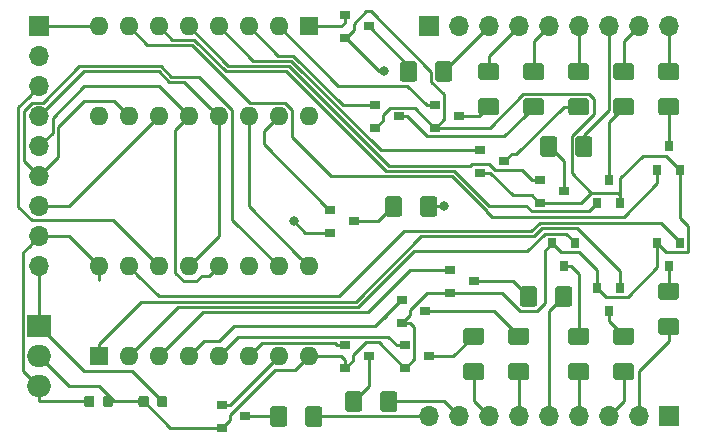
<source format=gtl>
G04 #@! TF.GenerationSoftware,KiCad,Pcbnew,5.0.1*
G04 #@! TF.CreationDate,2019-01-20T00:11:33+01:00*
G04 #@! TF.ProjectId,Powerstage,506F77657273746167652E6B69636164,rev?*
G04 #@! TF.SameCoordinates,Original*
G04 #@! TF.FileFunction,Copper,L1,Top,Signal*
G04 #@! TF.FilePolarity,Positive*
%FSLAX46Y46*%
G04 Gerber Fmt 4.6, Leading zero omitted, Abs format (unit mm)*
G04 Created by KiCad (PCBNEW 5.0.1) date So 20 Jan 2019 00:11:33 CET*
%MOMM*%
%LPD*%
G01*
G04 APERTURE LIST*
G04 #@! TA.AperFunction,ComponentPad*
%ADD10R,2.000000X1.905000*%
G04 #@! TD*
G04 #@! TA.AperFunction,ComponentPad*
%ADD11O,2.000000X1.905000*%
G04 #@! TD*
G04 #@! TA.AperFunction,ComponentPad*
%ADD12R,1.600000X1.600000*%
G04 #@! TD*
G04 #@! TA.AperFunction,ComponentPad*
%ADD13O,1.600000X1.600000*%
G04 #@! TD*
G04 #@! TA.AperFunction,Conductor*
%ADD14C,0.100000*%
G04 #@! TD*
G04 #@! TA.AperFunction,SMDPad,CuDef*
%ADD15C,0.875000*%
G04 #@! TD*
G04 #@! TA.AperFunction,ComponentPad*
%ADD16O,1.700000X1.700000*%
G04 #@! TD*
G04 #@! TA.AperFunction,ComponentPad*
%ADD17R,1.700000X1.700000*%
G04 #@! TD*
G04 #@! TA.AperFunction,SMDPad,CuDef*
%ADD18R,0.800000X0.900000*%
G04 #@! TD*
G04 #@! TA.AperFunction,SMDPad,CuDef*
%ADD19R,0.900000X0.800000*%
G04 #@! TD*
G04 #@! TA.AperFunction,SMDPad,CuDef*
%ADD20C,1.425000*%
G04 #@! TD*
G04 #@! TA.AperFunction,ViaPad*
%ADD21C,0.800000*%
G04 #@! TD*
G04 #@! TA.AperFunction,Conductor*
%ADD22C,0.250000*%
G04 #@! TD*
G04 APERTURE END LIST*
D10*
G04 #@! TO.P,U1,1*
G04 #@! TO.N,Net-(C1-Pad2)*
X110490000Y-104140000D03*
D11*
G04 #@! TO.P,U1,2*
G04 #@! TO.N,GND*
X110490000Y-106680000D03*
G04 #@! TO.P,U1,3*
G04 #@! TO.N,VCC*
X110490000Y-109220000D03*
G04 #@! TD*
D12*
G04 #@! TO.P,U2,1*
G04 #@! TO.N,B1*
X115570000Y-106680000D03*
D13*
G04 #@! TO.P,U2,9*
G04 #@! TO.N,Net-(U2-Pad9)*
X133350000Y-99060000D03*
G04 #@! TO.P,U2,2*
G04 #@! TO.N,C1*
X118110000Y-106680000D03*
G04 #@! TO.P,U2,10*
G04 #@! TO.N,Net-(J1-Pad6)*
X130810000Y-99060000D03*
G04 #@! TO.P,U2,3*
G04 #@! TO.N,D1*
X120650000Y-106680000D03*
G04 #@! TO.P,U2,11*
G04 #@! TO.N,Net-(J1-Pad7)*
X128270000Y-99060000D03*
G04 #@! TO.P,U2,4*
G04 #@! TO.N,E1*
X123190000Y-106680000D03*
G04 #@! TO.P,U2,12*
G04 #@! TO.N,Net-(J1-Pad5)*
X125730000Y-99060000D03*
G04 #@! TO.P,U2,5*
G04 #@! TO.N,F1*
X125730000Y-106680000D03*
G04 #@! TO.P,U2,13*
G04 #@! TO.N,Net-(J1-Pad4)*
X123190000Y-99060000D03*
G04 #@! TO.P,U2,6*
G04 #@! TO.N,G1*
X128270000Y-106680000D03*
G04 #@! TO.P,U2,14*
G04 #@! TO.N,Net-(J1-Pad3)*
X120650000Y-99060000D03*
G04 #@! TO.P,U2,7*
G04 #@! TO.N,H1*
X130810000Y-106680000D03*
G04 #@! TO.P,U2,15*
G04 #@! TO.N,A1*
X118110000Y-99060000D03*
G04 #@! TO.P,U2,8*
G04 #@! TO.N,GND*
X133350000Y-106680000D03*
G04 #@! TO.P,U2,16*
G04 #@! TO.N,VCC*
X115570000Y-99060000D03*
G04 #@! TD*
D14*
G04 #@! TO.N,Net-(C1-Pad2)*
G04 #@! TO.C,C1*
G36*
X121195191Y-110016053D02*
X121216426Y-110019203D01*
X121237250Y-110024419D01*
X121257462Y-110031651D01*
X121276868Y-110040830D01*
X121295281Y-110051866D01*
X121312524Y-110064654D01*
X121328430Y-110079070D01*
X121342846Y-110094976D01*
X121355634Y-110112219D01*
X121366670Y-110130632D01*
X121375849Y-110150038D01*
X121383081Y-110170250D01*
X121388297Y-110191074D01*
X121391447Y-110212309D01*
X121392500Y-110233750D01*
X121392500Y-110746250D01*
X121391447Y-110767691D01*
X121388297Y-110788926D01*
X121383081Y-110809750D01*
X121375849Y-110829962D01*
X121366670Y-110849368D01*
X121355634Y-110867781D01*
X121342846Y-110885024D01*
X121328430Y-110900930D01*
X121312524Y-110915346D01*
X121295281Y-110928134D01*
X121276868Y-110939170D01*
X121257462Y-110948349D01*
X121237250Y-110955581D01*
X121216426Y-110960797D01*
X121195191Y-110963947D01*
X121173750Y-110965000D01*
X120736250Y-110965000D01*
X120714809Y-110963947D01*
X120693574Y-110960797D01*
X120672750Y-110955581D01*
X120652538Y-110948349D01*
X120633132Y-110939170D01*
X120614719Y-110928134D01*
X120597476Y-110915346D01*
X120581570Y-110900930D01*
X120567154Y-110885024D01*
X120554366Y-110867781D01*
X120543330Y-110849368D01*
X120534151Y-110829962D01*
X120526919Y-110809750D01*
X120521703Y-110788926D01*
X120518553Y-110767691D01*
X120517500Y-110746250D01*
X120517500Y-110233750D01*
X120518553Y-110212309D01*
X120521703Y-110191074D01*
X120526919Y-110170250D01*
X120534151Y-110150038D01*
X120543330Y-110130632D01*
X120554366Y-110112219D01*
X120567154Y-110094976D01*
X120581570Y-110079070D01*
X120597476Y-110064654D01*
X120614719Y-110051866D01*
X120633132Y-110040830D01*
X120652538Y-110031651D01*
X120672750Y-110024419D01*
X120693574Y-110019203D01*
X120714809Y-110016053D01*
X120736250Y-110015000D01*
X121173750Y-110015000D01*
X121195191Y-110016053D01*
X121195191Y-110016053D01*
G37*
D15*
G04 #@! TD*
G04 #@! TO.P,C1,2*
G04 #@! TO.N,Net-(C1-Pad2)*
X120955000Y-110490000D03*
D14*
G04 #@! TO.N,GND*
G04 #@! TO.C,C1*
G36*
X119620191Y-110016053D02*
X119641426Y-110019203D01*
X119662250Y-110024419D01*
X119682462Y-110031651D01*
X119701868Y-110040830D01*
X119720281Y-110051866D01*
X119737524Y-110064654D01*
X119753430Y-110079070D01*
X119767846Y-110094976D01*
X119780634Y-110112219D01*
X119791670Y-110130632D01*
X119800849Y-110150038D01*
X119808081Y-110170250D01*
X119813297Y-110191074D01*
X119816447Y-110212309D01*
X119817500Y-110233750D01*
X119817500Y-110746250D01*
X119816447Y-110767691D01*
X119813297Y-110788926D01*
X119808081Y-110809750D01*
X119800849Y-110829962D01*
X119791670Y-110849368D01*
X119780634Y-110867781D01*
X119767846Y-110885024D01*
X119753430Y-110900930D01*
X119737524Y-110915346D01*
X119720281Y-110928134D01*
X119701868Y-110939170D01*
X119682462Y-110948349D01*
X119662250Y-110955581D01*
X119641426Y-110960797D01*
X119620191Y-110963947D01*
X119598750Y-110965000D01*
X119161250Y-110965000D01*
X119139809Y-110963947D01*
X119118574Y-110960797D01*
X119097750Y-110955581D01*
X119077538Y-110948349D01*
X119058132Y-110939170D01*
X119039719Y-110928134D01*
X119022476Y-110915346D01*
X119006570Y-110900930D01*
X118992154Y-110885024D01*
X118979366Y-110867781D01*
X118968330Y-110849368D01*
X118959151Y-110829962D01*
X118951919Y-110809750D01*
X118946703Y-110788926D01*
X118943553Y-110767691D01*
X118942500Y-110746250D01*
X118942500Y-110233750D01*
X118943553Y-110212309D01*
X118946703Y-110191074D01*
X118951919Y-110170250D01*
X118959151Y-110150038D01*
X118968330Y-110130632D01*
X118979366Y-110112219D01*
X118992154Y-110094976D01*
X119006570Y-110079070D01*
X119022476Y-110064654D01*
X119039719Y-110051866D01*
X119058132Y-110040830D01*
X119077538Y-110031651D01*
X119097750Y-110024419D01*
X119118574Y-110019203D01*
X119139809Y-110016053D01*
X119161250Y-110015000D01*
X119598750Y-110015000D01*
X119620191Y-110016053D01*
X119620191Y-110016053D01*
G37*
D15*
G04 #@! TD*
G04 #@! TO.P,C1,1*
G04 #@! TO.N,GND*
X119380000Y-110490000D03*
D14*
G04 #@! TO.N,VCC*
G04 #@! TO.C,C2*
G36*
X115022691Y-110016053D02*
X115043926Y-110019203D01*
X115064750Y-110024419D01*
X115084962Y-110031651D01*
X115104368Y-110040830D01*
X115122781Y-110051866D01*
X115140024Y-110064654D01*
X115155930Y-110079070D01*
X115170346Y-110094976D01*
X115183134Y-110112219D01*
X115194170Y-110130632D01*
X115203349Y-110150038D01*
X115210581Y-110170250D01*
X115215797Y-110191074D01*
X115218947Y-110212309D01*
X115220000Y-110233750D01*
X115220000Y-110746250D01*
X115218947Y-110767691D01*
X115215797Y-110788926D01*
X115210581Y-110809750D01*
X115203349Y-110829962D01*
X115194170Y-110849368D01*
X115183134Y-110867781D01*
X115170346Y-110885024D01*
X115155930Y-110900930D01*
X115140024Y-110915346D01*
X115122781Y-110928134D01*
X115104368Y-110939170D01*
X115084962Y-110948349D01*
X115064750Y-110955581D01*
X115043926Y-110960797D01*
X115022691Y-110963947D01*
X115001250Y-110965000D01*
X114563750Y-110965000D01*
X114542309Y-110963947D01*
X114521074Y-110960797D01*
X114500250Y-110955581D01*
X114480038Y-110948349D01*
X114460632Y-110939170D01*
X114442219Y-110928134D01*
X114424976Y-110915346D01*
X114409070Y-110900930D01*
X114394654Y-110885024D01*
X114381866Y-110867781D01*
X114370830Y-110849368D01*
X114361651Y-110829962D01*
X114354419Y-110809750D01*
X114349203Y-110788926D01*
X114346053Y-110767691D01*
X114345000Y-110746250D01*
X114345000Y-110233750D01*
X114346053Y-110212309D01*
X114349203Y-110191074D01*
X114354419Y-110170250D01*
X114361651Y-110150038D01*
X114370830Y-110130632D01*
X114381866Y-110112219D01*
X114394654Y-110094976D01*
X114409070Y-110079070D01*
X114424976Y-110064654D01*
X114442219Y-110051866D01*
X114460632Y-110040830D01*
X114480038Y-110031651D01*
X114500250Y-110024419D01*
X114521074Y-110019203D01*
X114542309Y-110016053D01*
X114563750Y-110015000D01*
X115001250Y-110015000D01*
X115022691Y-110016053D01*
X115022691Y-110016053D01*
G37*
D15*
G04 #@! TD*
G04 #@! TO.P,C2,1*
G04 #@! TO.N,VCC*
X114782500Y-110490000D03*
D14*
G04 #@! TO.N,GND*
G04 #@! TO.C,C2*
G36*
X116597691Y-110016053D02*
X116618926Y-110019203D01*
X116639750Y-110024419D01*
X116659962Y-110031651D01*
X116679368Y-110040830D01*
X116697781Y-110051866D01*
X116715024Y-110064654D01*
X116730930Y-110079070D01*
X116745346Y-110094976D01*
X116758134Y-110112219D01*
X116769170Y-110130632D01*
X116778349Y-110150038D01*
X116785581Y-110170250D01*
X116790797Y-110191074D01*
X116793947Y-110212309D01*
X116795000Y-110233750D01*
X116795000Y-110746250D01*
X116793947Y-110767691D01*
X116790797Y-110788926D01*
X116785581Y-110809750D01*
X116778349Y-110829962D01*
X116769170Y-110849368D01*
X116758134Y-110867781D01*
X116745346Y-110885024D01*
X116730930Y-110900930D01*
X116715024Y-110915346D01*
X116697781Y-110928134D01*
X116679368Y-110939170D01*
X116659962Y-110948349D01*
X116639750Y-110955581D01*
X116618926Y-110960797D01*
X116597691Y-110963947D01*
X116576250Y-110965000D01*
X116138750Y-110965000D01*
X116117309Y-110963947D01*
X116096074Y-110960797D01*
X116075250Y-110955581D01*
X116055038Y-110948349D01*
X116035632Y-110939170D01*
X116017219Y-110928134D01*
X115999976Y-110915346D01*
X115984070Y-110900930D01*
X115969654Y-110885024D01*
X115956866Y-110867781D01*
X115945830Y-110849368D01*
X115936651Y-110829962D01*
X115929419Y-110809750D01*
X115924203Y-110788926D01*
X115921053Y-110767691D01*
X115920000Y-110746250D01*
X115920000Y-110233750D01*
X115921053Y-110212309D01*
X115924203Y-110191074D01*
X115929419Y-110170250D01*
X115936651Y-110150038D01*
X115945830Y-110130632D01*
X115956866Y-110112219D01*
X115969654Y-110094976D01*
X115984070Y-110079070D01*
X115999976Y-110064654D01*
X116017219Y-110051866D01*
X116035632Y-110040830D01*
X116055038Y-110031651D01*
X116075250Y-110024419D01*
X116096074Y-110019203D01*
X116117309Y-110016053D01*
X116138750Y-110015000D01*
X116576250Y-110015000D01*
X116597691Y-110016053D01*
X116597691Y-110016053D01*
G37*
D15*
G04 #@! TD*
G04 #@! TO.P,C2,2*
G04 #@! TO.N,GND*
X116357500Y-110490000D03*
D16*
G04 #@! TO.P,J1,9*
G04 #@! TO.N,Net-(C1-Pad2)*
X110490000Y-99060000D03*
G04 #@! TO.P,J1,8*
G04 #@! TO.N,VCC*
X110490000Y-96520000D03*
G04 #@! TO.P,J1,7*
G04 #@! TO.N,Net-(J1-Pad7)*
X110490000Y-93980000D03*
G04 #@! TO.P,J1,6*
G04 #@! TO.N,Net-(J1-Pad6)*
X110490000Y-91440000D03*
G04 #@! TO.P,J1,5*
G04 #@! TO.N,Net-(J1-Pad5)*
X110490000Y-88900000D03*
G04 #@! TO.P,J1,4*
G04 #@! TO.N,Net-(J1-Pad4)*
X110490000Y-86360000D03*
G04 #@! TO.P,J1,3*
G04 #@! TO.N,Net-(J1-Pad3)*
X110490000Y-83820000D03*
G04 #@! TO.P,J1,2*
G04 #@! TO.N,Net-(J1-Pad2)*
X110490000Y-81280000D03*
D17*
G04 #@! TO.P,J1,1*
G04 #@! TO.N,GND*
X110490000Y-78740000D03*
G04 #@! TD*
G04 #@! TO.P,J2,1*
G04 #@! TO.N,VCC*
X163830000Y-111760000D03*
D16*
G04 #@! TO.P,J2,2*
G04 #@! TO.N,Net-(J2-Pad2)*
X161290000Y-111760000D03*
G04 #@! TO.P,J2,3*
G04 #@! TO.N,Net-(J2-Pad3)*
X158750000Y-111760000D03*
G04 #@! TO.P,J2,4*
G04 #@! TO.N,Net-(J2-Pad4)*
X156210000Y-111760000D03*
G04 #@! TO.P,J2,5*
G04 #@! TO.N,Net-(J2-Pad5)*
X153670000Y-111760000D03*
G04 #@! TO.P,J2,6*
G04 #@! TO.N,Net-(J2-Pad6)*
X151130000Y-111760000D03*
G04 #@! TO.P,J2,7*
G04 #@! TO.N,Net-(J2-Pad7)*
X148590000Y-111760000D03*
G04 #@! TO.P,J2,8*
G04 #@! TO.N,Net-(J2-Pad8)*
X146050000Y-111760000D03*
G04 #@! TO.P,J2,9*
G04 #@! TO.N,Net-(J2-Pad9)*
X143510000Y-111760000D03*
G04 #@! TD*
D17*
G04 #@! TO.P,J3,1*
G04 #@! TO.N,VCC*
X143510000Y-78740000D03*
D16*
G04 #@! TO.P,J3,2*
G04 #@! TO.N,Net-(J3-Pad2)*
X146050000Y-78740000D03*
G04 #@! TO.P,J3,3*
G04 #@! TO.N,Net-(J3-Pad3)*
X148590000Y-78740000D03*
G04 #@! TO.P,J3,4*
G04 #@! TO.N,Net-(J3-Pad4)*
X151130000Y-78740000D03*
G04 #@! TO.P,J3,5*
G04 #@! TO.N,Net-(J3-Pad5)*
X153670000Y-78740000D03*
G04 #@! TO.P,J3,6*
G04 #@! TO.N,Net-(J3-Pad6)*
X156210000Y-78740000D03*
G04 #@! TO.P,J3,7*
G04 #@! TO.N,Net-(J3-Pad7)*
X158750000Y-78740000D03*
G04 #@! TO.P,J3,8*
G04 #@! TO.N,Net-(J3-Pad8)*
X161290000Y-78740000D03*
G04 #@! TO.P,J3,9*
G04 #@! TO.N,Net-(J3-Pad9)*
X163830000Y-78740000D03*
G04 #@! TD*
D18*
G04 #@! TO.P,Q1,3*
G04 #@! TO.N,Net-(Q1-Pad3)*
X163830000Y-99060000D03*
G04 #@! TO.P,Q1,2*
G04 #@! TO.N,GND*
X162880000Y-97060000D03*
G04 #@! TO.P,Q1,1*
G04 #@! TO.N,A1*
X164780000Y-97060000D03*
G04 #@! TD*
G04 #@! TO.P,Q2,3*
G04 #@! TO.N,Net-(Q2-Pad3)*
X158750000Y-102870000D03*
G04 #@! TO.P,Q2,2*
G04 #@! TO.N,GND*
X157800000Y-100870000D03*
G04 #@! TO.P,Q2,1*
G04 #@! TO.N,B1*
X159700000Y-100870000D03*
G04 #@! TD*
G04 #@! TO.P,Q3,1*
G04 #@! TO.N,C1*
X155890000Y-97060000D03*
G04 #@! TO.P,Q3,2*
G04 #@! TO.N,GND*
X153990000Y-97060000D03*
G04 #@! TO.P,Q3,3*
G04 #@! TO.N,Net-(Q3-Pad3)*
X154940000Y-99060000D03*
G04 #@! TD*
D19*
G04 #@! TO.P,Q4,1*
G04 #@! TO.N,D1*
X145320000Y-99380000D03*
G04 #@! TO.P,Q4,2*
G04 #@! TO.N,GND*
X145320000Y-101280000D03*
G04 #@! TO.P,Q4,3*
G04 #@! TO.N,Net-(Q4-Pad3)*
X147320000Y-100330000D03*
G04 #@! TD*
G04 #@! TO.P,Q5,3*
G04 #@! TO.N,Net-(Q5-Pad3)*
X143240000Y-102870000D03*
G04 #@! TO.P,Q5,2*
G04 #@! TO.N,GND*
X141240000Y-103820000D03*
G04 #@! TO.P,Q5,1*
G04 #@! TO.N,E1*
X141240000Y-101920000D03*
G04 #@! TD*
G04 #@! TO.P,Q6,1*
G04 #@! TO.N,F1*
X141510000Y-105730000D03*
G04 #@! TO.P,Q6,2*
G04 #@! TO.N,GND*
X141510000Y-107630000D03*
G04 #@! TO.P,Q6,3*
G04 #@! TO.N,Net-(Q6-Pad3)*
X143510000Y-106680000D03*
G04 #@! TD*
G04 #@! TO.P,Q7,3*
G04 #@! TO.N,Net-(Q7-Pad3)*
X138430000Y-106680000D03*
G04 #@! TO.P,Q7,2*
G04 #@! TO.N,GND*
X136430000Y-107630000D03*
G04 #@! TO.P,Q7,1*
G04 #@! TO.N,G1*
X136430000Y-105730000D03*
G04 #@! TD*
G04 #@! TO.P,Q8,1*
G04 #@! TO.N,H1*
X126000000Y-110810000D03*
G04 #@! TO.P,Q8,2*
G04 #@! TO.N,GND*
X126000000Y-112710000D03*
G04 #@! TO.P,Q8,3*
G04 #@! TO.N,Net-(Q8-Pad3)*
X128000000Y-111760000D03*
G04 #@! TD*
G04 #@! TO.P,Q9,3*
G04 #@! TO.N,Net-(Q9-Pad3)*
X137160000Y-95250000D03*
G04 #@! TO.P,Q9,2*
G04 #@! TO.N,GND*
X135160000Y-96200000D03*
G04 #@! TO.P,Q9,1*
G04 #@! TO.N,A2*
X135160000Y-94300000D03*
G04 #@! TD*
G04 #@! TO.P,Q10,3*
G04 #@! TO.N,Net-(Q10-Pad3)*
X138430000Y-78740000D03*
G04 #@! TO.P,Q10,2*
G04 #@! TO.N,GND*
X136430000Y-79690000D03*
G04 #@! TO.P,Q10,1*
G04 #@! TO.N,B2*
X136430000Y-77790000D03*
G04 #@! TD*
G04 #@! TO.P,Q11,1*
G04 #@! TO.N,C2*
X144050000Y-85410000D03*
G04 #@! TO.P,Q11,2*
G04 #@! TO.N,GND*
X144050000Y-87310000D03*
G04 #@! TO.P,Q11,3*
G04 #@! TO.N,Net-(Q11-Pad3)*
X146050000Y-86360000D03*
G04 #@! TD*
G04 #@! TO.P,Q12,1*
G04 #@! TO.N,D2*
X138970000Y-85410000D03*
G04 #@! TO.P,Q12,2*
G04 #@! TO.N,GND*
X138970000Y-87310000D03*
G04 #@! TO.P,Q12,3*
G04 #@! TO.N,Net-(Q12-Pad3)*
X140970000Y-86360000D03*
G04 #@! TD*
G04 #@! TO.P,Q13,3*
G04 #@! TO.N,Net-(Q13-Pad3)*
X149860000Y-90170000D03*
G04 #@! TO.P,Q13,2*
G04 #@! TO.N,GND*
X147860000Y-91120000D03*
G04 #@! TO.P,Q13,1*
G04 #@! TO.N,E2*
X147860000Y-89220000D03*
G04 #@! TD*
G04 #@! TO.P,Q14,1*
G04 #@! TO.N,F2*
X152940000Y-91760000D03*
G04 #@! TO.P,Q14,2*
G04 #@! TO.N,GND*
X152940000Y-93660000D03*
G04 #@! TO.P,Q14,3*
G04 #@! TO.N,Net-(Q14-Pad3)*
X154940000Y-92710000D03*
G04 #@! TD*
D18*
G04 #@! TO.P,Q15,3*
G04 #@! TO.N,Net-(Q15-Pad3)*
X158750000Y-91710000D03*
G04 #@! TO.P,Q15,2*
G04 #@! TO.N,GND*
X159700000Y-93710000D03*
G04 #@! TO.P,Q15,1*
G04 #@! TO.N,G2*
X157800000Y-93710000D03*
G04 #@! TD*
G04 #@! TO.P,Q16,1*
G04 #@! TO.N,H2*
X162880000Y-90900000D03*
G04 #@! TO.P,Q16,2*
G04 #@! TO.N,GND*
X164780000Y-90900000D03*
G04 #@! TO.P,Q16,3*
G04 #@! TO.N,Net-(Q16-Pad3)*
X163830000Y-88900000D03*
G04 #@! TD*
D14*
G04 #@! TO.N,Net-(Q1-Pad3)*
G04 #@! TO.C,R1*
G36*
X164479504Y-100453704D02*
X164503773Y-100457304D01*
X164527571Y-100463265D01*
X164550671Y-100471530D01*
X164572849Y-100482020D01*
X164593893Y-100494633D01*
X164613598Y-100509247D01*
X164631777Y-100525723D01*
X164648253Y-100543902D01*
X164662867Y-100563607D01*
X164675480Y-100584651D01*
X164685970Y-100606829D01*
X164694235Y-100629929D01*
X164700196Y-100653727D01*
X164703796Y-100677996D01*
X164705000Y-100702500D01*
X164705000Y-101627500D01*
X164703796Y-101652004D01*
X164700196Y-101676273D01*
X164694235Y-101700071D01*
X164685970Y-101723171D01*
X164675480Y-101745349D01*
X164662867Y-101766393D01*
X164648253Y-101786098D01*
X164631777Y-101804277D01*
X164613598Y-101820753D01*
X164593893Y-101835367D01*
X164572849Y-101847980D01*
X164550671Y-101858470D01*
X164527571Y-101866735D01*
X164503773Y-101872696D01*
X164479504Y-101876296D01*
X164455000Y-101877500D01*
X163205000Y-101877500D01*
X163180496Y-101876296D01*
X163156227Y-101872696D01*
X163132429Y-101866735D01*
X163109329Y-101858470D01*
X163087151Y-101847980D01*
X163066107Y-101835367D01*
X163046402Y-101820753D01*
X163028223Y-101804277D01*
X163011747Y-101786098D01*
X162997133Y-101766393D01*
X162984520Y-101745349D01*
X162974030Y-101723171D01*
X162965765Y-101700071D01*
X162959804Y-101676273D01*
X162956204Y-101652004D01*
X162955000Y-101627500D01*
X162955000Y-100702500D01*
X162956204Y-100677996D01*
X162959804Y-100653727D01*
X162965765Y-100629929D01*
X162974030Y-100606829D01*
X162984520Y-100584651D01*
X162997133Y-100563607D01*
X163011747Y-100543902D01*
X163028223Y-100525723D01*
X163046402Y-100509247D01*
X163066107Y-100494633D01*
X163087151Y-100482020D01*
X163109329Y-100471530D01*
X163132429Y-100463265D01*
X163156227Y-100457304D01*
X163180496Y-100453704D01*
X163205000Y-100452500D01*
X164455000Y-100452500D01*
X164479504Y-100453704D01*
X164479504Y-100453704D01*
G37*
D20*
G04 #@! TD*
G04 #@! TO.P,R1,2*
G04 #@! TO.N,Net-(Q1-Pad3)*
X163830000Y-101165000D03*
D14*
G04 #@! TO.N,Net-(J2-Pad2)*
G04 #@! TO.C,R1*
G36*
X164479504Y-103428704D02*
X164503773Y-103432304D01*
X164527571Y-103438265D01*
X164550671Y-103446530D01*
X164572849Y-103457020D01*
X164593893Y-103469633D01*
X164613598Y-103484247D01*
X164631777Y-103500723D01*
X164648253Y-103518902D01*
X164662867Y-103538607D01*
X164675480Y-103559651D01*
X164685970Y-103581829D01*
X164694235Y-103604929D01*
X164700196Y-103628727D01*
X164703796Y-103652996D01*
X164705000Y-103677500D01*
X164705000Y-104602500D01*
X164703796Y-104627004D01*
X164700196Y-104651273D01*
X164694235Y-104675071D01*
X164685970Y-104698171D01*
X164675480Y-104720349D01*
X164662867Y-104741393D01*
X164648253Y-104761098D01*
X164631777Y-104779277D01*
X164613598Y-104795753D01*
X164593893Y-104810367D01*
X164572849Y-104822980D01*
X164550671Y-104833470D01*
X164527571Y-104841735D01*
X164503773Y-104847696D01*
X164479504Y-104851296D01*
X164455000Y-104852500D01*
X163205000Y-104852500D01*
X163180496Y-104851296D01*
X163156227Y-104847696D01*
X163132429Y-104841735D01*
X163109329Y-104833470D01*
X163087151Y-104822980D01*
X163066107Y-104810367D01*
X163046402Y-104795753D01*
X163028223Y-104779277D01*
X163011747Y-104761098D01*
X162997133Y-104741393D01*
X162984520Y-104720349D01*
X162974030Y-104698171D01*
X162965765Y-104675071D01*
X162959804Y-104651273D01*
X162956204Y-104627004D01*
X162955000Y-104602500D01*
X162955000Y-103677500D01*
X162956204Y-103652996D01*
X162959804Y-103628727D01*
X162965765Y-103604929D01*
X162974030Y-103581829D01*
X162984520Y-103559651D01*
X162997133Y-103538607D01*
X163011747Y-103518902D01*
X163028223Y-103500723D01*
X163046402Y-103484247D01*
X163066107Y-103469633D01*
X163087151Y-103457020D01*
X163109329Y-103446530D01*
X163132429Y-103438265D01*
X163156227Y-103432304D01*
X163180496Y-103428704D01*
X163205000Y-103427500D01*
X164455000Y-103427500D01*
X164479504Y-103428704D01*
X164479504Y-103428704D01*
G37*
D20*
G04 #@! TD*
G04 #@! TO.P,R1,1*
G04 #@! TO.N,Net-(J2-Pad2)*
X163830000Y-104140000D03*
D14*
G04 #@! TO.N,Net-(J2-Pad3)*
G04 #@! TO.C,R2*
G36*
X160669504Y-107238704D02*
X160693773Y-107242304D01*
X160717571Y-107248265D01*
X160740671Y-107256530D01*
X160762849Y-107267020D01*
X160783893Y-107279633D01*
X160803598Y-107294247D01*
X160821777Y-107310723D01*
X160838253Y-107328902D01*
X160852867Y-107348607D01*
X160865480Y-107369651D01*
X160875970Y-107391829D01*
X160884235Y-107414929D01*
X160890196Y-107438727D01*
X160893796Y-107462996D01*
X160895000Y-107487500D01*
X160895000Y-108412500D01*
X160893796Y-108437004D01*
X160890196Y-108461273D01*
X160884235Y-108485071D01*
X160875970Y-108508171D01*
X160865480Y-108530349D01*
X160852867Y-108551393D01*
X160838253Y-108571098D01*
X160821777Y-108589277D01*
X160803598Y-108605753D01*
X160783893Y-108620367D01*
X160762849Y-108632980D01*
X160740671Y-108643470D01*
X160717571Y-108651735D01*
X160693773Y-108657696D01*
X160669504Y-108661296D01*
X160645000Y-108662500D01*
X159395000Y-108662500D01*
X159370496Y-108661296D01*
X159346227Y-108657696D01*
X159322429Y-108651735D01*
X159299329Y-108643470D01*
X159277151Y-108632980D01*
X159256107Y-108620367D01*
X159236402Y-108605753D01*
X159218223Y-108589277D01*
X159201747Y-108571098D01*
X159187133Y-108551393D01*
X159174520Y-108530349D01*
X159164030Y-108508171D01*
X159155765Y-108485071D01*
X159149804Y-108461273D01*
X159146204Y-108437004D01*
X159145000Y-108412500D01*
X159145000Y-107487500D01*
X159146204Y-107462996D01*
X159149804Y-107438727D01*
X159155765Y-107414929D01*
X159164030Y-107391829D01*
X159174520Y-107369651D01*
X159187133Y-107348607D01*
X159201747Y-107328902D01*
X159218223Y-107310723D01*
X159236402Y-107294247D01*
X159256107Y-107279633D01*
X159277151Y-107267020D01*
X159299329Y-107256530D01*
X159322429Y-107248265D01*
X159346227Y-107242304D01*
X159370496Y-107238704D01*
X159395000Y-107237500D01*
X160645000Y-107237500D01*
X160669504Y-107238704D01*
X160669504Y-107238704D01*
G37*
D20*
G04 #@! TD*
G04 #@! TO.P,R2,1*
G04 #@! TO.N,Net-(J2-Pad3)*
X160020000Y-107950000D03*
D14*
G04 #@! TO.N,Net-(Q2-Pad3)*
G04 #@! TO.C,R2*
G36*
X160669504Y-104263704D02*
X160693773Y-104267304D01*
X160717571Y-104273265D01*
X160740671Y-104281530D01*
X160762849Y-104292020D01*
X160783893Y-104304633D01*
X160803598Y-104319247D01*
X160821777Y-104335723D01*
X160838253Y-104353902D01*
X160852867Y-104373607D01*
X160865480Y-104394651D01*
X160875970Y-104416829D01*
X160884235Y-104439929D01*
X160890196Y-104463727D01*
X160893796Y-104487996D01*
X160895000Y-104512500D01*
X160895000Y-105437500D01*
X160893796Y-105462004D01*
X160890196Y-105486273D01*
X160884235Y-105510071D01*
X160875970Y-105533171D01*
X160865480Y-105555349D01*
X160852867Y-105576393D01*
X160838253Y-105596098D01*
X160821777Y-105614277D01*
X160803598Y-105630753D01*
X160783893Y-105645367D01*
X160762849Y-105657980D01*
X160740671Y-105668470D01*
X160717571Y-105676735D01*
X160693773Y-105682696D01*
X160669504Y-105686296D01*
X160645000Y-105687500D01*
X159395000Y-105687500D01*
X159370496Y-105686296D01*
X159346227Y-105682696D01*
X159322429Y-105676735D01*
X159299329Y-105668470D01*
X159277151Y-105657980D01*
X159256107Y-105645367D01*
X159236402Y-105630753D01*
X159218223Y-105614277D01*
X159201747Y-105596098D01*
X159187133Y-105576393D01*
X159174520Y-105555349D01*
X159164030Y-105533171D01*
X159155765Y-105510071D01*
X159149804Y-105486273D01*
X159146204Y-105462004D01*
X159145000Y-105437500D01*
X159145000Y-104512500D01*
X159146204Y-104487996D01*
X159149804Y-104463727D01*
X159155765Y-104439929D01*
X159164030Y-104416829D01*
X159174520Y-104394651D01*
X159187133Y-104373607D01*
X159201747Y-104353902D01*
X159218223Y-104335723D01*
X159236402Y-104319247D01*
X159256107Y-104304633D01*
X159277151Y-104292020D01*
X159299329Y-104281530D01*
X159322429Y-104273265D01*
X159346227Y-104267304D01*
X159370496Y-104263704D01*
X159395000Y-104262500D01*
X160645000Y-104262500D01*
X160669504Y-104263704D01*
X160669504Y-104263704D01*
G37*
D20*
G04 #@! TD*
G04 #@! TO.P,R2,2*
G04 #@! TO.N,Net-(Q2-Pad3)*
X160020000Y-104975000D03*
D14*
G04 #@! TO.N,Net-(Q3-Pad3)*
G04 #@! TO.C,R3*
G36*
X156859504Y-104263704D02*
X156883773Y-104267304D01*
X156907571Y-104273265D01*
X156930671Y-104281530D01*
X156952849Y-104292020D01*
X156973893Y-104304633D01*
X156993598Y-104319247D01*
X157011777Y-104335723D01*
X157028253Y-104353902D01*
X157042867Y-104373607D01*
X157055480Y-104394651D01*
X157065970Y-104416829D01*
X157074235Y-104439929D01*
X157080196Y-104463727D01*
X157083796Y-104487996D01*
X157085000Y-104512500D01*
X157085000Y-105437500D01*
X157083796Y-105462004D01*
X157080196Y-105486273D01*
X157074235Y-105510071D01*
X157065970Y-105533171D01*
X157055480Y-105555349D01*
X157042867Y-105576393D01*
X157028253Y-105596098D01*
X157011777Y-105614277D01*
X156993598Y-105630753D01*
X156973893Y-105645367D01*
X156952849Y-105657980D01*
X156930671Y-105668470D01*
X156907571Y-105676735D01*
X156883773Y-105682696D01*
X156859504Y-105686296D01*
X156835000Y-105687500D01*
X155585000Y-105687500D01*
X155560496Y-105686296D01*
X155536227Y-105682696D01*
X155512429Y-105676735D01*
X155489329Y-105668470D01*
X155467151Y-105657980D01*
X155446107Y-105645367D01*
X155426402Y-105630753D01*
X155408223Y-105614277D01*
X155391747Y-105596098D01*
X155377133Y-105576393D01*
X155364520Y-105555349D01*
X155354030Y-105533171D01*
X155345765Y-105510071D01*
X155339804Y-105486273D01*
X155336204Y-105462004D01*
X155335000Y-105437500D01*
X155335000Y-104512500D01*
X155336204Y-104487996D01*
X155339804Y-104463727D01*
X155345765Y-104439929D01*
X155354030Y-104416829D01*
X155364520Y-104394651D01*
X155377133Y-104373607D01*
X155391747Y-104353902D01*
X155408223Y-104335723D01*
X155426402Y-104319247D01*
X155446107Y-104304633D01*
X155467151Y-104292020D01*
X155489329Y-104281530D01*
X155512429Y-104273265D01*
X155536227Y-104267304D01*
X155560496Y-104263704D01*
X155585000Y-104262500D01*
X156835000Y-104262500D01*
X156859504Y-104263704D01*
X156859504Y-104263704D01*
G37*
D20*
G04 #@! TD*
G04 #@! TO.P,R3,2*
G04 #@! TO.N,Net-(Q3-Pad3)*
X156210000Y-104975000D03*
D14*
G04 #@! TO.N,Net-(J2-Pad4)*
G04 #@! TO.C,R3*
G36*
X156859504Y-107238704D02*
X156883773Y-107242304D01*
X156907571Y-107248265D01*
X156930671Y-107256530D01*
X156952849Y-107267020D01*
X156973893Y-107279633D01*
X156993598Y-107294247D01*
X157011777Y-107310723D01*
X157028253Y-107328902D01*
X157042867Y-107348607D01*
X157055480Y-107369651D01*
X157065970Y-107391829D01*
X157074235Y-107414929D01*
X157080196Y-107438727D01*
X157083796Y-107462996D01*
X157085000Y-107487500D01*
X157085000Y-108412500D01*
X157083796Y-108437004D01*
X157080196Y-108461273D01*
X157074235Y-108485071D01*
X157065970Y-108508171D01*
X157055480Y-108530349D01*
X157042867Y-108551393D01*
X157028253Y-108571098D01*
X157011777Y-108589277D01*
X156993598Y-108605753D01*
X156973893Y-108620367D01*
X156952849Y-108632980D01*
X156930671Y-108643470D01*
X156907571Y-108651735D01*
X156883773Y-108657696D01*
X156859504Y-108661296D01*
X156835000Y-108662500D01*
X155585000Y-108662500D01*
X155560496Y-108661296D01*
X155536227Y-108657696D01*
X155512429Y-108651735D01*
X155489329Y-108643470D01*
X155467151Y-108632980D01*
X155446107Y-108620367D01*
X155426402Y-108605753D01*
X155408223Y-108589277D01*
X155391747Y-108571098D01*
X155377133Y-108551393D01*
X155364520Y-108530349D01*
X155354030Y-108508171D01*
X155345765Y-108485071D01*
X155339804Y-108461273D01*
X155336204Y-108437004D01*
X155335000Y-108412500D01*
X155335000Y-107487500D01*
X155336204Y-107462996D01*
X155339804Y-107438727D01*
X155345765Y-107414929D01*
X155354030Y-107391829D01*
X155364520Y-107369651D01*
X155377133Y-107348607D01*
X155391747Y-107328902D01*
X155408223Y-107310723D01*
X155426402Y-107294247D01*
X155446107Y-107279633D01*
X155467151Y-107267020D01*
X155489329Y-107256530D01*
X155512429Y-107248265D01*
X155536227Y-107242304D01*
X155560496Y-107238704D01*
X155585000Y-107237500D01*
X156835000Y-107237500D01*
X156859504Y-107238704D01*
X156859504Y-107238704D01*
G37*
D20*
G04 #@! TD*
G04 #@! TO.P,R3,1*
G04 #@! TO.N,Net-(J2-Pad4)*
X156210000Y-107950000D03*
D14*
G04 #@! TO.N,Net-(J2-Pad5)*
G04 #@! TO.C,R4*
G36*
X155427004Y-100726204D02*
X155451273Y-100729804D01*
X155475071Y-100735765D01*
X155498171Y-100744030D01*
X155520349Y-100754520D01*
X155541393Y-100767133D01*
X155561098Y-100781747D01*
X155579277Y-100798223D01*
X155595753Y-100816402D01*
X155610367Y-100836107D01*
X155622980Y-100857151D01*
X155633470Y-100879329D01*
X155641735Y-100902429D01*
X155647696Y-100926227D01*
X155651296Y-100950496D01*
X155652500Y-100975000D01*
X155652500Y-102225000D01*
X155651296Y-102249504D01*
X155647696Y-102273773D01*
X155641735Y-102297571D01*
X155633470Y-102320671D01*
X155622980Y-102342849D01*
X155610367Y-102363893D01*
X155595753Y-102383598D01*
X155579277Y-102401777D01*
X155561098Y-102418253D01*
X155541393Y-102432867D01*
X155520349Y-102445480D01*
X155498171Y-102455970D01*
X155475071Y-102464235D01*
X155451273Y-102470196D01*
X155427004Y-102473796D01*
X155402500Y-102475000D01*
X154477500Y-102475000D01*
X154452996Y-102473796D01*
X154428727Y-102470196D01*
X154404929Y-102464235D01*
X154381829Y-102455970D01*
X154359651Y-102445480D01*
X154338607Y-102432867D01*
X154318902Y-102418253D01*
X154300723Y-102401777D01*
X154284247Y-102383598D01*
X154269633Y-102363893D01*
X154257020Y-102342849D01*
X154246530Y-102320671D01*
X154238265Y-102297571D01*
X154232304Y-102273773D01*
X154228704Y-102249504D01*
X154227500Y-102225000D01*
X154227500Y-100975000D01*
X154228704Y-100950496D01*
X154232304Y-100926227D01*
X154238265Y-100902429D01*
X154246530Y-100879329D01*
X154257020Y-100857151D01*
X154269633Y-100836107D01*
X154284247Y-100816402D01*
X154300723Y-100798223D01*
X154318902Y-100781747D01*
X154338607Y-100767133D01*
X154359651Y-100754520D01*
X154381829Y-100744030D01*
X154404929Y-100735765D01*
X154428727Y-100729804D01*
X154452996Y-100726204D01*
X154477500Y-100725000D01*
X155402500Y-100725000D01*
X155427004Y-100726204D01*
X155427004Y-100726204D01*
G37*
D20*
G04 #@! TD*
G04 #@! TO.P,R4,1*
G04 #@! TO.N,Net-(J2-Pad5)*
X154940000Y-101600000D03*
D14*
G04 #@! TO.N,Net-(Q4-Pad3)*
G04 #@! TO.C,R4*
G36*
X152452004Y-100726204D02*
X152476273Y-100729804D01*
X152500071Y-100735765D01*
X152523171Y-100744030D01*
X152545349Y-100754520D01*
X152566393Y-100767133D01*
X152586098Y-100781747D01*
X152604277Y-100798223D01*
X152620753Y-100816402D01*
X152635367Y-100836107D01*
X152647980Y-100857151D01*
X152658470Y-100879329D01*
X152666735Y-100902429D01*
X152672696Y-100926227D01*
X152676296Y-100950496D01*
X152677500Y-100975000D01*
X152677500Y-102225000D01*
X152676296Y-102249504D01*
X152672696Y-102273773D01*
X152666735Y-102297571D01*
X152658470Y-102320671D01*
X152647980Y-102342849D01*
X152635367Y-102363893D01*
X152620753Y-102383598D01*
X152604277Y-102401777D01*
X152586098Y-102418253D01*
X152566393Y-102432867D01*
X152545349Y-102445480D01*
X152523171Y-102455970D01*
X152500071Y-102464235D01*
X152476273Y-102470196D01*
X152452004Y-102473796D01*
X152427500Y-102475000D01*
X151502500Y-102475000D01*
X151477996Y-102473796D01*
X151453727Y-102470196D01*
X151429929Y-102464235D01*
X151406829Y-102455970D01*
X151384651Y-102445480D01*
X151363607Y-102432867D01*
X151343902Y-102418253D01*
X151325723Y-102401777D01*
X151309247Y-102383598D01*
X151294633Y-102363893D01*
X151282020Y-102342849D01*
X151271530Y-102320671D01*
X151263265Y-102297571D01*
X151257304Y-102273773D01*
X151253704Y-102249504D01*
X151252500Y-102225000D01*
X151252500Y-100975000D01*
X151253704Y-100950496D01*
X151257304Y-100926227D01*
X151263265Y-100902429D01*
X151271530Y-100879329D01*
X151282020Y-100857151D01*
X151294633Y-100836107D01*
X151309247Y-100816402D01*
X151325723Y-100798223D01*
X151343902Y-100781747D01*
X151363607Y-100767133D01*
X151384651Y-100754520D01*
X151406829Y-100744030D01*
X151429929Y-100735765D01*
X151453727Y-100729804D01*
X151477996Y-100726204D01*
X151502500Y-100725000D01*
X152427500Y-100725000D01*
X152452004Y-100726204D01*
X152452004Y-100726204D01*
G37*
D20*
G04 #@! TD*
G04 #@! TO.P,R4,2*
G04 #@! TO.N,Net-(Q4-Pad3)*
X151965000Y-101600000D03*
D14*
G04 #@! TO.N,Net-(Q5-Pad3)*
G04 #@! TO.C,R5*
G36*
X151779504Y-104263704D02*
X151803773Y-104267304D01*
X151827571Y-104273265D01*
X151850671Y-104281530D01*
X151872849Y-104292020D01*
X151893893Y-104304633D01*
X151913598Y-104319247D01*
X151931777Y-104335723D01*
X151948253Y-104353902D01*
X151962867Y-104373607D01*
X151975480Y-104394651D01*
X151985970Y-104416829D01*
X151994235Y-104439929D01*
X152000196Y-104463727D01*
X152003796Y-104487996D01*
X152005000Y-104512500D01*
X152005000Y-105437500D01*
X152003796Y-105462004D01*
X152000196Y-105486273D01*
X151994235Y-105510071D01*
X151985970Y-105533171D01*
X151975480Y-105555349D01*
X151962867Y-105576393D01*
X151948253Y-105596098D01*
X151931777Y-105614277D01*
X151913598Y-105630753D01*
X151893893Y-105645367D01*
X151872849Y-105657980D01*
X151850671Y-105668470D01*
X151827571Y-105676735D01*
X151803773Y-105682696D01*
X151779504Y-105686296D01*
X151755000Y-105687500D01*
X150505000Y-105687500D01*
X150480496Y-105686296D01*
X150456227Y-105682696D01*
X150432429Y-105676735D01*
X150409329Y-105668470D01*
X150387151Y-105657980D01*
X150366107Y-105645367D01*
X150346402Y-105630753D01*
X150328223Y-105614277D01*
X150311747Y-105596098D01*
X150297133Y-105576393D01*
X150284520Y-105555349D01*
X150274030Y-105533171D01*
X150265765Y-105510071D01*
X150259804Y-105486273D01*
X150256204Y-105462004D01*
X150255000Y-105437500D01*
X150255000Y-104512500D01*
X150256204Y-104487996D01*
X150259804Y-104463727D01*
X150265765Y-104439929D01*
X150274030Y-104416829D01*
X150284520Y-104394651D01*
X150297133Y-104373607D01*
X150311747Y-104353902D01*
X150328223Y-104335723D01*
X150346402Y-104319247D01*
X150366107Y-104304633D01*
X150387151Y-104292020D01*
X150409329Y-104281530D01*
X150432429Y-104273265D01*
X150456227Y-104267304D01*
X150480496Y-104263704D01*
X150505000Y-104262500D01*
X151755000Y-104262500D01*
X151779504Y-104263704D01*
X151779504Y-104263704D01*
G37*
D20*
G04 #@! TD*
G04 #@! TO.P,R5,2*
G04 #@! TO.N,Net-(Q5-Pad3)*
X151130000Y-104975000D03*
D14*
G04 #@! TO.N,Net-(J2-Pad6)*
G04 #@! TO.C,R5*
G36*
X151779504Y-107238704D02*
X151803773Y-107242304D01*
X151827571Y-107248265D01*
X151850671Y-107256530D01*
X151872849Y-107267020D01*
X151893893Y-107279633D01*
X151913598Y-107294247D01*
X151931777Y-107310723D01*
X151948253Y-107328902D01*
X151962867Y-107348607D01*
X151975480Y-107369651D01*
X151985970Y-107391829D01*
X151994235Y-107414929D01*
X152000196Y-107438727D01*
X152003796Y-107462996D01*
X152005000Y-107487500D01*
X152005000Y-108412500D01*
X152003796Y-108437004D01*
X152000196Y-108461273D01*
X151994235Y-108485071D01*
X151985970Y-108508171D01*
X151975480Y-108530349D01*
X151962867Y-108551393D01*
X151948253Y-108571098D01*
X151931777Y-108589277D01*
X151913598Y-108605753D01*
X151893893Y-108620367D01*
X151872849Y-108632980D01*
X151850671Y-108643470D01*
X151827571Y-108651735D01*
X151803773Y-108657696D01*
X151779504Y-108661296D01*
X151755000Y-108662500D01*
X150505000Y-108662500D01*
X150480496Y-108661296D01*
X150456227Y-108657696D01*
X150432429Y-108651735D01*
X150409329Y-108643470D01*
X150387151Y-108632980D01*
X150366107Y-108620367D01*
X150346402Y-108605753D01*
X150328223Y-108589277D01*
X150311747Y-108571098D01*
X150297133Y-108551393D01*
X150284520Y-108530349D01*
X150274030Y-108508171D01*
X150265765Y-108485071D01*
X150259804Y-108461273D01*
X150256204Y-108437004D01*
X150255000Y-108412500D01*
X150255000Y-107487500D01*
X150256204Y-107462996D01*
X150259804Y-107438727D01*
X150265765Y-107414929D01*
X150274030Y-107391829D01*
X150284520Y-107369651D01*
X150297133Y-107348607D01*
X150311747Y-107328902D01*
X150328223Y-107310723D01*
X150346402Y-107294247D01*
X150366107Y-107279633D01*
X150387151Y-107267020D01*
X150409329Y-107256530D01*
X150432429Y-107248265D01*
X150456227Y-107242304D01*
X150480496Y-107238704D01*
X150505000Y-107237500D01*
X151755000Y-107237500D01*
X151779504Y-107238704D01*
X151779504Y-107238704D01*
G37*
D20*
G04 #@! TD*
G04 #@! TO.P,R5,1*
G04 #@! TO.N,Net-(J2-Pad6)*
X151130000Y-107950000D03*
D14*
G04 #@! TO.N,Net-(J2-Pad7)*
G04 #@! TO.C,R6*
G36*
X147969504Y-107238704D02*
X147993773Y-107242304D01*
X148017571Y-107248265D01*
X148040671Y-107256530D01*
X148062849Y-107267020D01*
X148083893Y-107279633D01*
X148103598Y-107294247D01*
X148121777Y-107310723D01*
X148138253Y-107328902D01*
X148152867Y-107348607D01*
X148165480Y-107369651D01*
X148175970Y-107391829D01*
X148184235Y-107414929D01*
X148190196Y-107438727D01*
X148193796Y-107462996D01*
X148195000Y-107487500D01*
X148195000Y-108412500D01*
X148193796Y-108437004D01*
X148190196Y-108461273D01*
X148184235Y-108485071D01*
X148175970Y-108508171D01*
X148165480Y-108530349D01*
X148152867Y-108551393D01*
X148138253Y-108571098D01*
X148121777Y-108589277D01*
X148103598Y-108605753D01*
X148083893Y-108620367D01*
X148062849Y-108632980D01*
X148040671Y-108643470D01*
X148017571Y-108651735D01*
X147993773Y-108657696D01*
X147969504Y-108661296D01*
X147945000Y-108662500D01*
X146695000Y-108662500D01*
X146670496Y-108661296D01*
X146646227Y-108657696D01*
X146622429Y-108651735D01*
X146599329Y-108643470D01*
X146577151Y-108632980D01*
X146556107Y-108620367D01*
X146536402Y-108605753D01*
X146518223Y-108589277D01*
X146501747Y-108571098D01*
X146487133Y-108551393D01*
X146474520Y-108530349D01*
X146464030Y-108508171D01*
X146455765Y-108485071D01*
X146449804Y-108461273D01*
X146446204Y-108437004D01*
X146445000Y-108412500D01*
X146445000Y-107487500D01*
X146446204Y-107462996D01*
X146449804Y-107438727D01*
X146455765Y-107414929D01*
X146464030Y-107391829D01*
X146474520Y-107369651D01*
X146487133Y-107348607D01*
X146501747Y-107328902D01*
X146518223Y-107310723D01*
X146536402Y-107294247D01*
X146556107Y-107279633D01*
X146577151Y-107267020D01*
X146599329Y-107256530D01*
X146622429Y-107248265D01*
X146646227Y-107242304D01*
X146670496Y-107238704D01*
X146695000Y-107237500D01*
X147945000Y-107237500D01*
X147969504Y-107238704D01*
X147969504Y-107238704D01*
G37*
D20*
G04 #@! TD*
G04 #@! TO.P,R6,1*
G04 #@! TO.N,Net-(J2-Pad7)*
X147320000Y-107950000D03*
D14*
G04 #@! TO.N,Net-(Q6-Pad3)*
G04 #@! TO.C,R6*
G36*
X147969504Y-104263704D02*
X147993773Y-104267304D01*
X148017571Y-104273265D01*
X148040671Y-104281530D01*
X148062849Y-104292020D01*
X148083893Y-104304633D01*
X148103598Y-104319247D01*
X148121777Y-104335723D01*
X148138253Y-104353902D01*
X148152867Y-104373607D01*
X148165480Y-104394651D01*
X148175970Y-104416829D01*
X148184235Y-104439929D01*
X148190196Y-104463727D01*
X148193796Y-104487996D01*
X148195000Y-104512500D01*
X148195000Y-105437500D01*
X148193796Y-105462004D01*
X148190196Y-105486273D01*
X148184235Y-105510071D01*
X148175970Y-105533171D01*
X148165480Y-105555349D01*
X148152867Y-105576393D01*
X148138253Y-105596098D01*
X148121777Y-105614277D01*
X148103598Y-105630753D01*
X148083893Y-105645367D01*
X148062849Y-105657980D01*
X148040671Y-105668470D01*
X148017571Y-105676735D01*
X147993773Y-105682696D01*
X147969504Y-105686296D01*
X147945000Y-105687500D01*
X146695000Y-105687500D01*
X146670496Y-105686296D01*
X146646227Y-105682696D01*
X146622429Y-105676735D01*
X146599329Y-105668470D01*
X146577151Y-105657980D01*
X146556107Y-105645367D01*
X146536402Y-105630753D01*
X146518223Y-105614277D01*
X146501747Y-105596098D01*
X146487133Y-105576393D01*
X146474520Y-105555349D01*
X146464030Y-105533171D01*
X146455765Y-105510071D01*
X146449804Y-105486273D01*
X146446204Y-105462004D01*
X146445000Y-105437500D01*
X146445000Y-104512500D01*
X146446204Y-104487996D01*
X146449804Y-104463727D01*
X146455765Y-104439929D01*
X146464030Y-104416829D01*
X146474520Y-104394651D01*
X146487133Y-104373607D01*
X146501747Y-104353902D01*
X146518223Y-104335723D01*
X146536402Y-104319247D01*
X146556107Y-104304633D01*
X146577151Y-104292020D01*
X146599329Y-104281530D01*
X146622429Y-104273265D01*
X146646227Y-104267304D01*
X146670496Y-104263704D01*
X146695000Y-104262500D01*
X147945000Y-104262500D01*
X147969504Y-104263704D01*
X147969504Y-104263704D01*
G37*
D20*
G04 #@! TD*
G04 #@! TO.P,R6,2*
G04 #@! TO.N,Net-(Q6-Pad3)*
X147320000Y-104975000D03*
D14*
G04 #@! TO.N,Net-(J2-Pad8)*
G04 #@! TO.C,R7*
G36*
X140622004Y-109616204D02*
X140646273Y-109619804D01*
X140670071Y-109625765D01*
X140693171Y-109634030D01*
X140715349Y-109644520D01*
X140736393Y-109657133D01*
X140756098Y-109671747D01*
X140774277Y-109688223D01*
X140790753Y-109706402D01*
X140805367Y-109726107D01*
X140817980Y-109747151D01*
X140828470Y-109769329D01*
X140836735Y-109792429D01*
X140842696Y-109816227D01*
X140846296Y-109840496D01*
X140847500Y-109865000D01*
X140847500Y-111115000D01*
X140846296Y-111139504D01*
X140842696Y-111163773D01*
X140836735Y-111187571D01*
X140828470Y-111210671D01*
X140817980Y-111232849D01*
X140805367Y-111253893D01*
X140790753Y-111273598D01*
X140774277Y-111291777D01*
X140756098Y-111308253D01*
X140736393Y-111322867D01*
X140715349Y-111335480D01*
X140693171Y-111345970D01*
X140670071Y-111354235D01*
X140646273Y-111360196D01*
X140622004Y-111363796D01*
X140597500Y-111365000D01*
X139672500Y-111365000D01*
X139647996Y-111363796D01*
X139623727Y-111360196D01*
X139599929Y-111354235D01*
X139576829Y-111345970D01*
X139554651Y-111335480D01*
X139533607Y-111322867D01*
X139513902Y-111308253D01*
X139495723Y-111291777D01*
X139479247Y-111273598D01*
X139464633Y-111253893D01*
X139452020Y-111232849D01*
X139441530Y-111210671D01*
X139433265Y-111187571D01*
X139427304Y-111163773D01*
X139423704Y-111139504D01*
X139422500Y-111115000D01*
X139422500Y-109865000D01*
X139423704Y-109840496D01*
X139427304Y-109816227D01*
X139433265Y-109792429D01*
X139441530Y-109769329D01*
X139452020Y-109747151D01*
X139464633Y-109726107D01*
X139479247Y-109706402D01*
X139495723Y-109688223D01*
X139513902Y-109671747D01*
X139533607Y-109657133D01*
X139554651Y-109644520D01*
X139576829Y-109634030D01*
X139599929Y-109625765D01*
X139623727Y-109619804D01*
X139647996Y-109616204D01*
X139672500Y-109615000D01*
X140597500Y-109615000D01*
X140622004Y-109616204D01*
X140622004Y-109616204D01*
G37*
D20*
G04 #@! TD*
G04 #@! TO.P,R7,1*
G04 #@! TO.N,Net-(J2-Pad8)*
X140135000Y-110490000D03*
D14*
G04 #@! TO.N,Net-(Q7-Pad3)*
G04 #@! TO.C,R7*
G36*
X137647004Y-109616204D02*
X137671273Y-109619804D01*
X137695071Y-109625765D01*
X137718171Y-109634030D01*
X137740349Y-109644520D01*
X137761393Y-109657133D01*
X137781098Y-109671747D01*
X137799277Y-109688223D01*
X137815753Y-109706402D01*
X137830367Y-109726107D01*
X137842980Y-109747151D01*
X137853470Y-109769329D01*
X137861735Y-109792429D01*
X137867696Y-109816227D01*
X137871296Y-109840496D01*
X137872500Y-109865000D01*
X137872500Y-111115000D01*
X137871296Y-111139504D01*
X137867696Y-111163773D01*
X137861735Y-111187571D01*
X137853470Y-111210671D01*
X137842980Y-111232849D01*
X137830367Y-111253893D01*
X137815753Y-111273598D01*
X137799277Y-111291777D01*
X137781098Y-111308253D01*
X137761393Y-111322867D01*
X137740349Y-111335480D01*
X137718171Y-111345970D01*
X137695071Y-111354235D01*
X137671273Y-111360196D01*
X137647004Y-111363796D01*
X137622500Y-111365000D01*
X136697500Y-111365000D01*
X136672996Y-111363796D01*
X136648727Y-111360196D01*
X136624929Y-111354235D01*
X136601829Y-111345970D01*
X136579651Y-111335480D01*
X136558607Y-111322867D01*
X136538902Y-111308253D01*
X136520723Y-111291777D01*
X136504247Y-111273598D01*
X136489633Y-111253893D01*
X136477020Y-111232849D01*
X136466530Y-111210671D01*
X136458265Y-111187571D01*
X136452304Y-111163773D01*
X136448704Y-111139504D01*
X136447500Y-111115000D01*
X136447500Y-109865000D01*
X136448704Y-109840496D01*
X136452304Y-109816227D01*
X136458265Y-109792429D01*
X136466530Y-109769329D01*
X136477020Y-109747151D01*
X136489633Y-109726107D01*
X136504247Y-109706402D01*
X136520723Y-109688223D01*
X136538902Y-109671747D01*
X136558607Y-109657133D01*
X136579651Y-109644520D01*
X136601829Y-109634030D01*
X136624929Y-109625765D01*
X136648727Y-109619804D01*
X136672996Y-109616204D01*
X136697500Y-109615000D01*
X137622500Y-109615000D01*
X137647004Y-109616204D01*
X137647004Y-109616204D01*
G37*
D20*
G04 #@! TD*
G04 #@! TO.P,R7,2*
G04 #@! TO.N,Net-(Q7-Pad3)*
X137160000Y-110490000D03*
D14*
G04 #@! TO.N,Net-(Q8-Pad3)*
G04 #@! TO.C,R8*
G36*
X131297004Y-110886204D02*
X131321273Y-110889804D01*
X131345071Y-110895765D01*
X131368171Y-110904030D01*
X131390349Y-110914520D01*
X131411393Y-110927133D01*
X131431098Y-110941747D01*
X131449277Y-110958223D01*
X131465753Y-110976402D01*
X131480367Y-110996107D01*
X131492980Y-111017151D01*
X131503470Y-111039329D01*
X131511735Y-111062429D01*
X131517696Y-111086227D01*
X131521296Y-111110496D01*
X131522500Y-111135000D01*
X131522500Y-112385000D01*
X131521296Y-112409504D01*
X131517696Y-112433773D01*
X131511735Y-112457571D01*
X131503470Y-112480671D01*
X131492980Y-112502849D01*
X131480367Y-112523893D01*
X131465753Y-112543598D01*
X131449277Y-112561777D01*
X131431098Y-112578253D01*
X131411393Y-112592867D01*
X131390349Y-112605480D01*
X131368171Y-112615970D01*
X131345071Y-112624235D01*
X131321273Y-112630196D01*
X131297004Y-112633796D01*
X131272500Y-112635000D01*
X130347500Y-112635000D01*
X130322996Y-112633796D01*
X130298727Y-112630196D01*
X130274929Y-112624235D01*
X130251829Y-112615970D01*
X130229651Y-112605480D01*
X130208607Y-112592867D01*
X130188902Y-112578253D01*
X130170723Y-112561777D01*
X130154247Y-112543598D01*
X130139633Y-112523893D01*
X130127020Y-112502849D01*
X130116530Y-112480671D01*
X130108265Y-112457571D01*
X130102304Y-112433773D01*
X130098704Y-112409504D01*
X130097500Y-112385000D01*
X130097500Y-111135000D01*
X130098704Y-111110496D01*
X130102304Y-111086227D01*
X130108265Y-111062429D01*
X130116530Y-111039329D01*
X130127020Y-111017151D01*
X130139633Y-110996107D01*
X130154247Y-110976402D01*
X130170723Y-110958223D01*
X130188902Y-110941747D01*
X130208607Y-110927133D01*
X130229651Y-110914520D01*
X130251829Y-110904030D01*
X130274929Y-110895765D01*
X130298727Y-110889804D01*
X130322996Y-110886204D01*
X130347500Y-110885000D01*
X131272500Y-110885000D01*
X131297004Y-110886204D01*
X131297004Y-110886204D01*
G37*
D20*
G04 #@! TD*
G04 #@! TO.P,R8,2*
G04 #@! TO.N,Net-(Q8-Pad3)*
X130810000Y-111760000D03*
D14*
G04 #@! TO.N,Net-(J2-Pad9)*
G04 #@! TO.C,R8*
G36*
X134272004Y-110886204D02*
X134296273Y-110889804D01*
X134320071Y-110895765D01*
X134343171Y-110904030D01*
X134365349Y-110914520D01*
X134386393Y-110927133D01*
X134406098Y-110941747D01*
X134424277Y-110958223D01*
X134440753Y-110976402D01*
X134455367Y-110996107D01*
X134467980Y-111017151D01*
X134478470Y-111039329D01*
X134486735Y-111062429D01*
X134492696Y-111086227D01*
X134496296Y-111110496D01*
X134497500Y-111135000D01*
X134497500Y-112385000D01*
X134496296Y-112409504D01*
X134492696Y-112433773D01*
X134486735Y-112457571D01*
X134478470Y-112480671D01*
X134467980Y-112502849D01*
X134455367Y-112523893D01*
X134440753Y-112543598D01*
X134424277Y-112561777D01*
X134406098Y-112578253D01*
X134386393Y-112592867D01*
X134365349Y-112605480D01*
X134343171Y-112615970D01*
X134320071Y-112624235D01*
X134296273Y-112630196D01*
X134272004Y-112633796D01*
X134247500Y-112635000D01*
X133322500Y-112635000D01*
X133297996Y-112633796D01*
X133273727Y-112630196D01*
X133249929Y-112624235D01*
X133226829Y-112615970D01*
X133204651Y-112605480D01*
X133183607Y-112592867D01*
X133163902Y-112578253D01*
X133145723Y-112561777D01*
X133129247Y-112543598D01*
X133114633Y-112523893D01*
X133102020Y-112502849D01*
X133091530Y-112480671D01*
X133083265Y-112457571D01*
X133077304Y-112433773D01*
X133073704Y-112409504D01*
X133072500Y-112385000D01*
X133072500Y-111135000D01*
X133073704Y-111110496D01*
X133077304Y-111086227D01*
X133083265Y-111062429D01*
X133091530Y-111039329D01*
X133102020Y-111017151D01*
X133114633Y-110996107D01*
X133129247Y-110976402D01*
X133145723Y-110958223D01*
X133163902Y-110941747D01*
X133183607Y-110927133D01*
X133204651Y-110914520D01*
X133226829Y-110904030D01*
X133249929Y-110895765D01*
X133273727Y-110889804D01*
X133297996Y-110886204D01*
X133322500Y-110885000D01*
X134247500Y-110885000D01*
X134272004Y-110886204D01*
X134272004Y-110886204D01*
G37*
D20*
G04 #@! TD*
G04 #@! TO.P,R8,1*
G04 #@! TO.N,Net-(J2-Pad9)*
X133785000Y-111760000D03*
D14*
G04 #@! TO.N,Net-(J3-Pad2)*
G04 #@! TO.C,R9*
G36*
X143997004Y-93106204D02*
X144021273Y-93109804D01*
X144045071Y-93115765D01*
X144068171Y-93124030D01*
X144090349Y-93134520D01*
X144111393Y-93147133D01*
X144131098Y-93161747D01*
X144149277Y-93178223D01*
X144165753Y-93196402D01*
X144180367Y-93216107D01*
X144192980Y-93237151D01*
X144203470Y-93259329D01*
X144211735Y-93282429D01*
X144217696Y-93306227D01*
X144221296Y-93330496D01*
X144222500Y-93355000D01*
X144222500Y-94605000D01*
X144221296Y-94629504D01*
X144217696Y-94653773D01*
X144211735Y-94677571D01*
X144203470Y-94700671D01*
X144192980Y-94722849D01*
X144180367Y-94743893D01*
X144165753Y-94763598D01*
X144149277Y-94781777D01*
X144131098Y-94798253D01*
X144111393Y-94812867D01*
X144090349Y-94825480D01*
X144068171Y-94835970D01*
X144045071Y-94844235D01*
X144021273Y-94850196D01*
X143997004Y-94853796D01*
X143972500Y-94855000D01*
X143047500Y-94855000D01*
X143022996Y-94853796D01*
X142998727Y-94850196D01*
X142974929Y-94844235D01*
X142951829Y-94835970D01*
X142929651Y-94825480D01*
X142908607Y-94812867D01*
X142888902Y-94798253D01*
X142870723Y-94781777D01*
X142854247Y-94763598D01*
X142839633Y-94743893D01*
X142827020Y-94722849D01*
X142816530Y-94700671D01*
X142808265Y-94677571D01*
X142802304Y-94653773D01*
X142798704Y-94629504D01*
X142797500Y-94605000D01*
X142797500Y-93355000D01*
X142798704Y-93330496D01*
X142802304Y-93306227D01*
X142808265Y-93282429D01*
X142816530Y-93259329D01*
X142827020Y-93237151D01*
X142839633Y-93216107D01*
X142854247Y-93196402D01*
X142870723Y-93178223D01*
X142888902Y-93161747D01*
X142908607Y-93147133D01*
X142929651Y-93134520D01*
X142951829Y-93124030D01*
X142974929Y-93115765D01*
X142998727Y-93109804D01*
X143022996Y-93106204D01*
X143047500Y-93105000D01*
X143972500Y-93105000D01*
X143997004Y-93106204D01*
X143997004Y-93106204D01*
G37*
D20*
G04 #@! TD*
G04 #@! TO.P,R9,1*
G04 #@! TO.N,Net-(J3-Pad2)*
X143510000Y-93980000D03*
D14*
G04 #@! TO.N,Net-(Q9-Pad3)*
G04 #@! TO.C,R9*
G36*
X141022004Y-93106204D02*
X141046273Y-93109804D01*
X141070071Y-93115765D01*
X141093171Y-93124030D01*
X141115349Y-93134520D01*
X141136393Y-93147133D01*
X141156098Y-93161747D01*
X141174277Y-93178223D01*
X141190753Y-93196402D01*
X141205367Y-93216107D01*
X141217980Y-93237151D01*
X141228470Y-93259329D01*
X141236735Y-93282429D01*
X141242696Y-93306227D01*
X141246296Y-93330496D01*
X141247500Y-93355000D01*
X141247500Y-94605000D01*
X141246296Y-94629504D01*
X141242696Y-94653773D01*
X141236735Y-94677571D01*
X141228470Y-94700671D01*
X141217980Y-94722849D01*
X141205367Y-94743893D01*
X141190753Y-94763598D01*
X141174277Y-94781777D01*
X141156098Y-94798253D01*
X141136393Y-94812867D01*
X141115349Y-94825480D01*
X141093171Y-94835970D01*
X141070071Y-94844235D01*
X141046273Y-94850196D01*
X141022004Y-94853796D01*
X140997500Y-94855000D01*
X140072500Y-94855000D01*
X140047996Y-94853796D01*
X140023727Y-94850196D01*
X139999929Y-94844235D01*
X139976829Y-94835970D01*
X139954651Y-94825480D01*
X139933607Y-94812867D01*
X139913902Y-94798253D01*
X139895723Y-94781777D01*
X139879247Y-94763598D01*
X139864633Y-94743893D01*
X139852020Y-94722849D01*
X139841530Y-94700671D01*
X139833265Y-94677571D01*
X139827304Y-94653773D01*
X139823704Y-94629504D01*
X139822500Y-94605000D01*
X139822500Y-93355000D01*
X139823704Y-93330496D01*
X139827304Y-93306227D01*
X139833265Y-93282429D01*
X139841530Y-93259329D01*
X139852020Y-93237151D01*
X139864633Y-93216107D01*
X139879247Y-93196402D01*
X139895723Y-93178223D01*
X139913902Y-93161747D01*
X139933607Y-93147133D01*
X139954651Y-93134520D01*
X139976829Y-93124030D01*
X139999929Y-93115765D01*
X140023727Y-93109804D01*
X140047996Y-93106204D01*
X140072500Y-93105000D01*
X140997500Y-93105000D01*
X141022004Y-93106204D01*
X141022004Y-93106204D01*
G37*
D20*
G04 #@! TD*
G04 #@! TO.P,R9,2*
G04 #@! TO.N,Net-(Q9-Pad3)*
X140535000Y-93980000D03*
D14*
G04 #@! TO.N,Net-(Q10-Pad3)*
G04 #@! TO.C,R10*
G36*
X142292004Y-81676204D02*
X142316273Y-81679804D01*
X142340071Y-81685765D01*
X142363171Y-81694030D01*
X142385349Y-81704520D01*
X142406393Y-81717133D01*
X142426098Y-81731747D01*
X142444277Y-81748223D01*
X142460753Y-81766402D01*
X142475367Y-81786107D01*
X142487980Y-81807151D01*
X142498470Y-81829329D01*
X142506735Y-81852429D01*
X142512696Y-81876227D01*
X142516296Y-81900496D01*
X142517500Y-81925000D01*
X142517500Y-83175000D01*
X142516296Y-83199504D01*
X142512696Y-83223773D01*
X142506735Y-83247571D01*
X142498470Y-83270671D01*
X142487980Y-83292849D01*
X142475367Y-83313893D01*
X142460753Y-83333598D01*
X142444277Y-83351777D01*
X142426098Y-83368253D01*
X142406393Y-83382867D01*
X142385349Y-83395480D01*
X142363171Y-83405970D01*
X142340071Y-83414235D01*
X142316273Y-83420196D01*
X142292004Y-83423796D01*
X142267500Y-83425000D01*
X141342500Y-83425000D01*
X141317996Y-83423796D01*
X141293727Y-83420196D01*
X141269929Y-83414235D01*
X141246829Y-83405970D01*
X141224651Y-83395480D01*
X141203607Y-83382867D01*
X141183902Y-83368253D01*
X141165723Y-83351777D01*
X141149247Y-83333598D01*
X141134633Y-83313893D01*
X141122020Y-83292849D01*
X141111530Y-83270671D01*
X141103265Y-83247571D01*
X141097304Y-83223773D01*
X141093704Y-83199504D01*
X141092500Y-83175000D01*
X141092500Y-81925000D01*
X141093704Y-81900496D01*
X141097304Y-81876227D01*
X141103265Y-81852429D01*
X141111530Y-81829329D01*
X141122020Y-81807151D01*
X141134633Y-81786107D01*
X141149247Y-81766402D01*
X141165723Y-81748223D01*
X141183902Y-81731747D01*
X141203607Y-81717133D01*
X141224651Y-81704520D01*
X141246829Y-81694030D01*
X141269929Y-81685765D01*
X141293727Y-81679804D01*
X141317996Y-81676204D01*
X141342500Y-81675000D01*
X142267500Y-81675000D01*
X142292004Y-81676204D01*
X142292004Y-81676204D01*
G37*
D20*
G04 #@! TD*
G04 #@! TO.P,R10,2*
G04 #@! TO.N,Net-(Q10-Pad3)*
X141805000Y-82550000D03*
D14*
G04 #@! TO.N,Net-(J3-Pad3)*
G04 #@! TO.C,R10*
G36*
X145267004Y-81676204D02*
X145291273Y-81679804D01*
X145315071Y-81685765D01*
X145338171Y-81694030D01*
X145360349Y-81704520D01*
X145381393Y-81717133D01*
X145401098Y-81731747D01*
X145419277Y-81748223D01*
X145435753Y-81766402D01*
X145450367Y-81786107D01*
X145462980Y-81807151D01*
X145473470Y-81829329D01*
X145481735Y-81852429D01*
X145487696Y-81876227D01*
X145491296Y-81900496D01*
X145492500Y-81925000D01*
X145492500Y-83175000D01*
X145491296Y-83199504D01*
X145487696Y-83223773D01*
X145481735Y-83247571D01*
X145473470Y-83270671D01*
X145462980Y-83292849D01*
X145450367Y-83313893D01*
X145435753Y-83333598D01*
X145419277Y-83351777D01*
X145401098Y-83368253D01*
X145381393Y-83382867D01*
X145360349Y-83395480D01*
X145338171Y-83405970D01*
X145315071Y-83414235D01*
X145291273Y-83420196D01*
X145267004Y-83423796D01*
X145242500Y-83425000D01*
X144317500Y-83425000D01*
X144292996Y-83423796D01*
X144268727Y-83420196D01*
X144244929Y-83414235D01*
X144221829Y-83405970D01*
X144199651Y-83395480D01*
X144178607Y-83382867D01*
X144158902Y-83368253D01*
X144140723Y-83351777D01*
X144124247Y-83333598D01*
X144109633Y-83313893D01*
X144097020Y-83292849D01*
X144086530Y-83270671D01*
X144078265Y-83247571D01*
X144072304Y-83223773D01*
X144068704Y-83199504D01*
X144067500Y-83175000D01*
X144067500Y-81925000D01*
X144068704Y-81900496D01*
X144072304Y-81876227D01*
X144078265Y-81852429D01*
X144086530Y-81829329D01*
X144097020Y-81807151D01*
X144109633Y-81786107D01*
X144124247Y-81766402D01*
X144140723Y-81748223D01*
X144158902Y-81731747D01*
X144178607Y-81717133D01*
X144199651Y-81704520D01*
X144221829Y-81694030D01*
X144244929Y-81685765D01*
X144268727Y-81679804D01*
X144292996Y-81676204D01*
X144317500Y-81675000D01*
X145242500Y-81675000D01*
X145267004Y-81676204D01*
X145267004Y-81676204D01*
G37*
D20*
G04 #@! TD*
G04 #@! TO.P,R10,1*
G04 #@! TO.N,Net-(J3-Pad3)*
X144780000Y-82550000D03*
D14*
G04 #@! TO.N,Net-(J3-Pad4)*
G04 #@! TO.C,R11*
G36*
X149239504Y-81838704D02*
X149263773Y-81842304D01*
X149287571Y-81848265D01*
X149310671Y-81856530D01*
X149332849Y-81867020D01*
X149353893Y-81879633D01*
X149373598Y-81894247D01*
X149391777Y-81910723D01*
X149408253Y-81928902D01*
X149422867Y-81948607D01*
X149435480Y-81969651D01*
X149445970Y-81991829D01*
X149454235Y-82014929D01*
X149460196Y-82038727D01*
X149463796Y-82062996D01*
X149465000Y-82087500D01*
X149465000Y-83012500D01*
X149463796Y-83037004D01*
X149460196Y-83061273D01*
X149454235Y-83085071D01*
X149445970Y-83108171D01*
X149435480Y-83130349D01*
X149422867Y-83151393D01*
X149408253Y-83171098D01*
X149391777Y-83189277D01*
X149373598Y-83205753D01*
X149353893Y-83220367D01*
X149332849Y-83232980D01*
X149310671Y-83243470D01*
X149287571Y-83251735D01*
X149263773Y-83257696D01*
X149239504Y-83261296D01*
X149215000Y-83262500D01*
X147965000Y-83262500D01*
X147940496Y-83261296D01*
X147916227Y-83257696D01*
X147892429Y-83251735D01*
X147869329Y-83243470D01*
X147847151Y-83232980D01*
X147826107Y-83220367D01*
X147806402Y-83205753D01*
X147788223Y-83189277D01*
X147771747Y-83171098D01*
X147757133Y-83151393D01*
X147744520Y-83130349D01*
X147734030Y-83108171D01*
X147725765Y-83085071D01*
X147719804Y-83061273D01*
X147716204Y-83037004D01*
X147715000Y-83012500D01*
X147715000Y-82087500D01*
X147716204Y-82062996D01*
X147719804Y-82038727D01*
X147725765Y-82014929D01*
X147734030Y-81991829D01*
X147744520Y-81969651D01*
X147757133Y-81948607D01*
X147771747Y-81928902D01*
X147788223Y-81910723D01*
X147806402Y-81894247D01*
X147826107Y-81879633D01*
X147847151Y-81867020D01*
X147869329Y-81856530D01*
X147892429Y-81848265D01*
X147916227Y-81842304D01*
X147940496Y-81838704D01*
X147965000Y-81837500D01*
X149215000Y-81837500D01*
X149239504Y-81838704D01*
X149239504Y-81838704D01*
G37*
D20*
G04 #@! TD*
G04 #@! TO.P,R11,1*
G04 #@! TO.N,Net-(J3-Pad4)*
X148590000Y-82550000D03*
D14*
G04 #@! TO.N,Net-(Q11-Pad3)*
G04 #@! TO.C,R11*
G36*
X149239504Y-84813704D02*
X149263773Y-84817304D01*
X149287571Y-84823265D01*
X149310671Y-84831530D01*
X149332849Y-84842020D01*
X149353893Y-84854633D01*
X149373598Y-84869247D01*
X149391777Y-84885723D01*
X149408253Y-84903902D01*
X149422867Y-84923607D01*
X149435480Y-84944651D01*
X149445970Y-84966829D01*
X149454235Y-84989929D01*
X149460196Y-85013727D01*
X149463796Y-85037996D01*
X149465000Y-85062500D01*
X149465000Y-85987500D01*
X149463796Y-86012004D01*
X149460196Y-86036273D01*
X149454235Y-86060071D01*
X149445970Y-86083171D01*
X149435480Y-86105349D01*
X149422867Y-86126393D01*
X149408253Y-86146098D01*
X149391777Y-86164277D01*
X149373598Y-86180753D01*
X149353893Y-86195367D01*
X149332849Y-86207980D01*
X149310671Y-86218470D01*
X149287571Y-86226735D01*
X149263773Y-86232696D01*
X149239504Y-86236296D01*
X149215000Y-86237500D01*
X147965000Y-86237500D01*
X147940496Y-86236296D01*
X147916227Y-86232696D01*
X147892429Y-86226735D01*
X147869329Y-86218470D01*
X147847151Y-86207980D01*
X147826107Y-86195367D01*
X147806402Y-86180753D01*
X147788223Y-86164277D01*
X147771747Y-86146098D01*
X147757133Y-86126393D01*
X147744520Y-86105349D01*
X147734030Y-86083171D01*
X147725765Y-86060071D01*
X147719804Y-86036273D01*
X147716204Y-86012004D01*
X147715000Y-85987500D01*
X147715000Y-85062500D01*
X147716204Y-85037996D01*
X147719804Y-85013727D01*
X147725765Y-84989929D01*
X147734030Y-84966829D01*
X147744520Y-84944651D01*
X147757133Y-84923607D01*
X147771747Y-84903902D01*
X147788223Y-84885723D01*
X147806402Y-84869247D01*
X147826107Y-84854633D01*
X147847151Y-84842020D01*
X147869329Y-84831530D01*
X147892429Y-84823265D01*
X147916227Y-84817304D01*
X147940496Y-84813704D01*
X147965000Y-84812500D01*
X149215000Y-84812500D01*
X149239504Y-84813704D01*
X149239504Y-84813704D01*
G37*
D20*
G04 #@! TD*
G04 #@! TO.P,R11,2*
G04 #@! TO.N,Net-(Q11-Pad3)*
X148590000Y-85525000D03*
D14*
G04 #@! TO.N,Net-(Q12-Pad3)*
G04 #@! TO.C,R12*
G36*
X153049504Y-84813704D02*
X153073773Y-84817304D01*
X153097571Y-84823265D01*
X153120671Y-84831530D01*
X153142849Y-84842020D01*
X153163893Y-84854633D01*
X153183598Y-84869247D01*
X153201777Y-84885723D01*
X153218253Y-84903902D01*
X153232867Y-84923607D01*
X153245480Y-84944651D01*
X153255970Y-84966829D01*
X153264235Y-84989929D01*
X153270196Y-85013727D01*
X153273796Y-85037996D01*
X153275000Y-85062500D01*
X153275000Y-85987500D01*
X153273796Y-86012004D01*
X153270196Y-86036273D01*
X153264235Y-86060071D01*
X153255970Y-86083171D01*
X153245480Y-86105349D01*
X153232867Y-86126393D01*
X153218253Y-86146098D01*
X153201777Y-86164277D01*
X153183598Y-86180753D01*
X153163893Y-86195367D01*
X153142849Y-86207980D01*
X153120671Y-86218470D01*
X153097571Y-86226735D01*
X153073773Y-86232696D01*
X153049504Y-86236296D01*
X153025000Y-86237500D01*
X151775000Y-86237500D01*
X151750496Y-86236296D01*
X151726227Y-86232696D01*
X151702429Y-86226735D01*
X151679329Y-86218470D01*
X151657151Y-86207980D01*
X151636107Y-86195367D01*
X151616402Y-86180753D01*
X151598223Y-86164277D01*
X151581747Y-86146098D01*
X151567133Y-86126393D01*
X151554520Y-86105349D01*
X151544030Y-86083171D01*
X151535765Y-86060071D01*
X151529804Y-86036273D01*
X151526204Y-86012004D01*
X151525000Y-85987500D01*
X151525000Y-85062500D01*
X151526204Y-85037996D01*
X151529804Y-85013727D01*
X151535765Y-84989929D01*
X151544030Y-84966829D01*
X151554520Y-84944651D01*
X151567133Y-84923607D01*
X151581747Y-84903902D01*
X151598223Y-84885723D01*
X151616402Y-84869247D01*
X151636107Y-84854633D01*
X151657151Y-84842020D01*
X151679329Y-84831530D01*
X151702429Y-84823265D01*
X151726227Y-84817304D01*
X151750496Y-84813704D01*
X151775000Y-84812500D01*
X153025000Y-84812500D01*
X153049504Y-84813704D01*
X153049504Y-84813704D01*
G37*
D20*
G04 #@! TD*
G04 #@! TO.P,R12,2*
G04 #@! TO.N,Net-(Q12-Pad3)*
X152400000Y-85525000D03*
D14*
G04 #@! TO.N,Net-(J3-Pad5)*
G04 #@! TO.C,R12*
G36*
X153049504Y-81838704D02*
X153073773Y-81842304D01*
X153097571Y-81848265D01*
X153120671Y-81856530D01*
X153142849Y-81867020D01*
X153163893Y-81879633D01*
X153183598Y-81894247D01*
X153201777Y-81910723D01*
X153218253Y-81928902D01*
X153232867Y-81948607D01*
X153245480Y-81969651D01*
X153255970Y-81991829D01*
X153264235Y-82014929D01*
X153270196Y-82038727D01*
X153273796Y-82062996D01*
X153275000Y-82087500D01*
X153275000Y-83012500D01*
X153273796Y-83037004D01*
X153270196Y-83061273D01*
X153264235Y-83085071D01*
X153255970Y-83108171D01*
X153245480Y-83130349D01*
X153232867Y-83151393D01*
X153218253Y-83171098D01*
X153201777Y-83189277D01*
X153183598Y-83205753D01*
X153163893Y-83220367D01*
X153142849Y-83232980D01*
X153120671Y-83243470D01*
X153097571Y-83251735D01*
X153073773Y-83257696D01*
X153049504Y-83261296D01*
X153025000Y-83262500D01*
X151775000Y-83262500D01*
X151750496Y-83261296D01*
X151726227Y-83257696D01*
X151702429Y-83251735D01*
X151679329Y-83243470D01*
X151657151Y-83232980D01*
X151636107Y-83220367D01*
X151616402Y-83205753D01*
X151598223Y-83189277D01*
X151581747Y-83171098D01*
X151567133Y-83151393D01*
X151554520Y-83130349D01*
X151544030Y-83108171D01*
X151535765Y-83085071D01*
X151529804Y-83061273D01*
X151526204Y-83037004D01*
X151525000Y-83012500D01*
X151525000Y-82087500D01*
X151526204Y-82062996D01*
X151529804Y-82038727D01*
X151535765Y-82014929D01*
X151544030Y-81991829D01*
X151554520Y-81969651D01*
X151567133Y-81948607D01*
X151581747Y-81928902D01*
X151598223Y-81910723D01*
X151616402Y-81894247D01*
X151636107Y-81879633D01*
X151657151Y-81867020D01*
X151679329Y-81856530D01*
X151702429Y-81848265D01*
X151726227Y-81842304D01*
X151750496Y-81838704D01*
X151775000Y-81837500D01*
X153025000Y-81837500D01*
X153049504Y-81838704D01*
X153049504Y-81838704D01*
G37*
D20*
G04 #@! TD*
G04 #@! TO.P,R12,1*
G04 #@! TO.N,Net-(J3-Pad5)*
X152400000Y-82550000D03*
D14*
G04 #@! TO.N,Net-(J3-Pad6)*
G04 #@! TO.C,R13*
G36*
X156859504Y-81838704D02*
X156883773Y-81842304D01*
X156907571Y-81848265D01*
X156930671Y-81856530D01*
X156952849Y-81867020D01*
X156973893Y-81879633D01*
X156993598Y-81894247D01*
X157011777Y-81910723D01*
X157028253Y-81928902D01*
X157042867Y-81948607D01*
X157055480Y-81969651D01*
X157065970Y-81991829D01*
X157074235Y-82014929D01*
X157080196Y-82038727D01*
X157083796Y-82062996D01*
X157085000Y-82087500D01*
X157085000Y-83012500D01*
X157083796Y-83037004D01*
X157080196Y-83061273D01*
X157074235Y-83085071D01*
X157065970Y-83108171D01*
X157055480Y-83130349D01*
X157042867Y-83151393D01*
X157028253Y-83171098D01*
X157011777Y-83189277D01*
X156993598Y-83205753D01*
X156973893Y-83220367D01*
X156952849Y-83232980D01*
X156930671Y-83243470D01*
X156907571Y-83251735D01*
X156883773Y-83257696D01*
X156859504Y-83261296D01*
X156835000Y-83262500D01*
X155585000Y-83262500D01*
X155560496Y-83261296D01*
X155536227Y-83257696D01*
X155512429Y-83251735D01*
X155489329Y-83243470D01*
X155467151Y-83232980D01*
X155446107Y-83220367D01*
X155426402Y-83205753D01*
X155408223Y-83189277D01*
X155391747Y-83171098D01*
X155377133Y-83151393D01*
X155364520Y-83130349D01*
X155354030Y-83108171D01*
X155345765Y-83085071D01*
X155339804Y-83061273D01*
X155336204Y-83037004D01*
X155335000Y-83012500D01*
X155335000Y-82087500D01*
X155336204Y-82062996D01*
X155339804Y-82038727D01*
X155345765Y-82014929D01*
X155354030Y-81991829D01*
X155364520Y-81969651D01*
X155377133Y-81948607D01*
X155391747Y-81928902D01*
X155408223Y-81910723D01*
X155426402Y-81894247D01*
X155446107Y-81879633D01*
X155467151Y-81867020D01*
X155489329Y-81856530D01*
X155512429Y-81848265D01*
X155536227Y-81842304D01*
X155560496Y-81838704D01*
X155585000Y-81837500D01*
X156835000Y-81837500D01*
X156859504Y-81838704D01*
X156859504Y-81838704D01*
G37*
D20*
G04 #@! TD*
G04 #@! TO.P,R13,1*
G04 #@! TO.N,Net-(J3-Pad6)*
X156210000Y-82550000D03*
D14*
G04 #@! TO.N,Net-(Q13-Pad3)*
G04 #@! TO.C,R13*
G36*
X156859504Y-84813704D02*
X156883773Y-84817304D01*
X156907571Y-84823265D01*
X156930671Y-84831530D01*
X156952849Y-84842020D01*
X156973893Y-84854633D01*
X156993598Y-84869247D01*
X157011777Y-84885723D01*
X157028253Y-84903902D01*
X157042867Y-84923607D01*
X157055480Y-84944651D01*
X157065970Y-84966829D01*
X157074235Y-84989929D01*
X157080196Y-85013727D01*
X157083796Y-85037996D01*
X157085000Y-85062500D01*
X157085000Y-85987500D01*
X157083796Y-86012004D01*
X157080196Y-86036273D01*
X157074235Y-86060071D01*
X157065970Y-86083171D01*
X157055480Y-86105349D01*
X157042867Y-86126393D01*
X157028253Y-86146098D01*
X157011777Y-86164277D01*
X156993598Y-86180753D01*
X156973893Y-86195367D01*
X156952849Y-86207980D01*
X156930671Y-86218470D01*
X156907571Y-86226735D01*
X156883773Y-86232696D01*
X156859504Y-86236296D01*
X156835000Y-86237500D01*
X155585000Y-86237500D01*
X155560496Y-86236296D01*
X155536227Y-86232696D01*
X155512429Y-86226735D01*
X155489329Y-86218470D01*
X155467151Y-86207980D01*
X155446107Y-86195367D01*
X155426402Y-86180753D01*
X155408223Y-86164277D01*
X155391747Y-86146098D01*
X155377133Y-86126393D01*
X155364520Y-86105349D01*
X155354030Y-86083171D01*
X155345765Y-86060071D01*
X155339804Y-86036273D01*
X155336204Y-86012004D01*
X155335000Y-85987500D01*
X155335000Y-85062500D01*
X155336204Y-85037996D01*
X155339804Y-85013727D01*
X155345765Y-84989929D01*
X155354030Y-84966829D01*
X155364520Y-84944651D01*
X155377133Y-84923607D01*
X155391747Y-84903902D01*
X155408223Y-84885723D01*
X155426402Y-84869247D01*
X155446107Y-84854633D01*
X155467151Y-84842020D01*
X155489329Y-84831530D01*
X155512429Y-84823265D01*
X155536227Y-84817304D01*
X155560496Y-84813704D01*
X155585000Y-84812500D01*
X156835000Y-84812500D01*
X156859504Y-84813704D01*
X156859504Y-84813704D01*
G37*
D20*
G04 #@! TD*
G04 #@! TO.P,R13,2*
G04 #@! TO.N,Net-(Q13-Pad3)*
X156210000Y-85525000D03*
D14*
G04 #@! TO.N,Net-(Q14-Pad3)*
G04 #@! TO.C,R14*
G36*
X154157004Y-88026204D02*
X154181273Y-88029804D01*
X154205071Y-88035765D01*
X154228171Y-88044030D01*
X154250349Y-88054520D01*
X154271393Y-88067133D01*
X154291098Y-88081747D01*
X154309277Y-88098223D01*
X154325753Y-88116402D01*
X154340367Y-88136107D01*
X154352980Y-88157151D01*
X154363470Y-88179329D01*
X154371735Y-88202429D01*
X154377696Y-88226227D01*
X154381296Y-88250496D01*
X154382500Y-88275000D01*
X154382500Y-89525000D01*
X154381296Y-89549504D01*
X154377696Y-89573773D01*
X154371735Y-89597571D01*
X154363470Y-89620671D01*
X154352980Y-89642849D01*
X154340367Y-89663893D01*
X154325753Y-89683598D01*
X154309277Y-89701777D01*
X154291098Y-89718253D01*
X154271393Y-89732867D01*
X154250349Y-89745480D01*
X154228171Y-89755970D01*
X154205071Y-89764235D01*
X154181273Y-89770196D01*
X154157004Y-89773796D01*
X154132500Y-89775000D01*
X153207500Y-89775000D01*
X153182996Y-89773796D01*
X153158727Y-89770196D01*
X153134929Y-89764235D01*
X153111829Y-89755970D01*
X153089651Y-89745480D01*
X153068607Y-89732867D01*
X153048902Y-89718253D01*
X153030723Y-89701777D01*
X153014247Y-89683598D01*
X152999633Y-89663893D01*
X152987020Y-89642849D01*
X152976530Y-89620671D01*
X152968265Y-89597571D01*
X152962304Y-89573773D01*
X152958704Y-89549504D01*
X152957500Y-89525000D01*
X152957500Y-88275000D01*
X152958704Y-88250496D01*
X152962304Y-88226227D01*
X152968265Y-88202429D01*
X152976530Y-88179329D01*
X152987020Y-88157151D01*
X152999633Y-88136107D01*
X153014247Y-88116402D01*
X153030723Y-88098223D01*
X153048902Y-88081747D01*
X153068607Y-88067133D01*
X153089651Y-88054520D01*
X153111829Y-88044030D01*
X153134929Y-88035765D01*
X153158727Y-88029804D01*
X153182996Y-88026204D01*
X153207500Y-88025000D01*
X154132500Y-88025000D01*
X154157004Y-88026204D01*
X154157004Y-88026204D01*
G37*
D20*
G04 #@! TD*
G04 #@! TO.P,R14,2*
G04 #@! TO.N,Net-(Q14-Pad3)*
X153670000Y-88900000D03*
D14*
G04 #@! TO.N,Net-(J3-Pad7)*
G04 #@! TO.C,R14*
G36*
X157132004Y-88026204D02*
X157156273Y-88029804D01*
X157180071Y-88035765D01*
X157203171Y-88044030D01*
X157225349Y-88054520D01*
X157246393Y-88067133D01*
X157266098Y-88081747D01*
X157284277Y-88098223D01*
X157300753Y-88116402D01*
X157315367Y-88136107D01*
X157327980Y-88157151D01*
X157338470Y-88179329D01*
X157346735Y-88202429D01*
X157352696Y-88226227D01*
X157356296Y-88250496D01*
X157357500Y-88275000D01*
X157357500Y-89525000D01*
X157356296Y-89549504D01*
X157352696Y-89573773D01*
X157346735Y-89597571D01*
X157338470Y-89620671D01*
X157327980Y-89642849D01*
X157315367Y-89663893D01*
X157300753Y-89683598D01*
X157284277Y-89701777D01*
X157266098Y-89718253D01*
X157246393Y-89732867D01*
X157225349Y-89745480D01*
X157203171Y-89755970D01*
X157180071Y-89764235D01*
X157156273Y-89770196D01*
X157132004Y-89773796D01*
X157107500Y-89775000D01*
X156182500Y-89775000D01*
X156157996Y-89773796D01*
X156133727Y-89770196D01*
X156109929Y-89764235D01*
X156086829Y-89755970D01*
X156064651Y-89745480D01*
X156043607Y-89732867D01*
X156023902Y-89718253D01*
X156005723Y-89701777D01*
X155989247Y-89683598D01*
X155974633Y-89663893D01*
X155962020Y-89642849D01*
X155951530Y-89620671D01*
X155943265Y-89597571D01*
X155937304Y-89573773D01*
X155933704Y-89549504D01*
X155932500Y-89525000D01*
X155932500Y-88275000D01*
X155933704Y-88250496D01*
X155937304Y-88226227D01*
X155943265Y-88202429D01*
X155951530Y-88179329D01*
X155962020Y-88157151D01*
X155974633Y-88136107D01*
X155989247Y-88116402D01*
X156005723Y-88098223D01*
X156023902Y-88081747D01*
X156043607Y-88067133D01*
X156064651Y-88054520D01*
X156086829Y-88044030D01*
X156109929Y-88035765D01*
X156133727Y-88029804D01*
X156157996Y-88026204D01*
X156182500Y-88025000D01*
X157107500Y-88025000D01*
X157132004Y-88026204D01*
X157132004Y-88026204D01*
G37*
D20*
G04 #@! TD*
G04 #@! TO.P,R14,1*
G04 #@! TO.N,Net-(J3-Pad7)*
X156645000Y-88900000D03*
D14*
G04 #@! TO.N,Net-(J3-Pad8)*
G04 #@! TO.C,R15*
G36*
X160669504Y-81838704D02*
X160693773Y-81842304D01*
X160717571Y-81848265D01*
X160740671Y-81856530D01*
X160762849Y-81867020D01*
X160783893Y-81879633D01*
X160803598Y-81894247D01*
X160821777Y-81910723D01*
X160838253Y-81928902D01*
X160852867Y-81948607D01*
X160865480Y-81969651D01*
X160875970Y-81991829D01*
X160884235Y-82014929D01*
X160890196Y-82038727D01*
X160893796Y-82062996D01*
X160895000Y-82087500D01*
X160895000Y-83012500D01*
X160893796Y-83037004D01*
X160890196Y-83061273D01*
X160884235Y-83085071D01*
X160875970Y-83108171D01*
X160865480Y-83130349D01*
X160852867Y-83151393D01*
X160838253Y-83171098D01*
X160821777Y-83189277D01*
X160803598Y-83205753D01*
X160783893Y-83220367D01*
X160762849Y-83232980D01*
X160740671Y-83243470D01*
X160717571Y-83251735D01*
X160693773Y-83257696D01*
X160669504Y-83261296D01*
X160645000Y-83262500D01*
X159395000Y-83262500D01*
X159370496Y-83261296D01*
X159346227Y-83257696D01*
X159322429Y-83251735D01*
X159299329Y-83243470D01*
X159277151Y-83232980D01*
X159256107Y-83220367D01*
X159236402Y-83205753D01*
X159218223Y-83189277D01*
X159201747Y-83171098D01*
X159187133Y-83151393D01*
X159174520Y-83130349D01*
X159164030Y-83108171D01*
X159155765Y-83085071D01*
X159149804Y-83061273D01*
X159146204Y-83037004D01*
X159145000Y-83012500D01*
X159145000Y-82087500D01*
X159146204Y-82062996D01*
X159149804Y-82038727D01*
X159155765Y-82014929D01*
X159164030Y-81991829D01*
X159174520Y-81969651D01*
X159187133Y-81948607D01*
X159201747Y-81928902D01*
X159218223Y-81910723D01*
X159236402Y-81894247D01*
X159256107Y-81879633D01*
X159277151Y-81867020D01*
X159299329Y-81856530D01*
X159322429Y-81848265D01*
X159346227Y-81842304D01*
X159370496Y-81838704D01*
X159395000Y-81837500D01*
X160645000Y-81837500D01*
X160669504Y-81838704D01*
X160669504Y-81838704D01*
G37*
D20*
G04 #@! TD*
G04 #@! TO.P,R15,1*
G04 #@! TO.N,Net-(J3-Pad8)*
X160020000Y-82550000D03*
D14*
G04 #@! TO.N,Net-(Q15-Pad3)*
G04 #@! TO.C,R15*
G36*
X160669504Y-84813704D02*
X160693773Y-84817304D01*
X160717571Y-84823265D01*
X160740671Y-84831530D01*
X160762849Y-84842020D01*
X160783893Y-84854633D01*
X160803598Y-84869247D01*
X160821777Y-84885723D01*
X160838253Y-84903902D01*
X160852867Y-84923607D01*
X160865480Y-84944651D01*
X160875970Y-84966829D01*
X160884235Y-84989929D01*
X160890196Y-85013727D01*
X160893796Y-85037996D01*
X160895000Y-85062500D01*
X160895000Y-85987500D01*
X160893796Y-86012004D01*
X160890196Y-86036273D01*
X160884235Y-86060071D01*
X160875970Y-86083171D01*
X160865480Y-86105349D01*
X160852867Y-86126393D01*
X160838253Y-86146098D01*
X160821777Y-86164277D01*
X160803598Y-86180753D01*
X160783893Y-86195367D01*
X160762849Y-86207980D01*
X160740671Y-86218470D01*
X160717571Y-86226735D01*
X160693773Y-86232696D01*
X160669504Y-86236296D01*
X160645000Y-86237500D01*
X159395000Y-86237500D01*
X159370496Y-86236296D01*
X159346227Y-86232696D01*
X159322429Y-86226735D01*
X159299329Y-86218470D01*
X159277151Y-86207980D01*
X159256107Y-86195367D01*
X159236402Y-86180753D01*
X159218223Y-86164277D01*
X159201747Y-86146098D01*
X159187133Y-86126393D01*
X159174520Y-86105349D01*
X159164030Y-86083171D01*
X159155765Y-86060071D01*
X159149804Y-86036273D01*
X159146204Y-86012004D01*
X159145000Y-85987500D01*
X159145000Y-85062500D01*
X159146204Y-85037996D01*
X159149804Y-85013727D01*
X159155765Y-84989929D01*
X159164030Y-84966829D01*
X159174520Y-84944651D01*
X159187133Y-84923607D01*
X159201747Y-84903902D01*
X159218223Y-84885723D01*
X159236402Y-84869247D01*
X159256107Y-84854633D01*
X159277151Y-84842020D01*
X159299329Y-84831530D01*
X159322429Y-84823265D01*
X159346227Y-84817304D01*
X159370496Y-84813704D01*
X159395000Y-84812500D01*
X160645000Y-84812500D01*
X160669504Y-84813704D01*
X160669504Y-84813704D01*
G37*
D20*
G04 #@! TD*
G04 #@! TO.P,R15,2*
G04 #@! TO.N,Net-(Q15-Pad3)*
X160020000Y-85525000D03*
D14*
G04 #@! TO.N,Net-(Q16-Pad3)*
G04 #@! TO.C,R16*
G36*
X164479504Y-84813704D02*
X164503773Y-84817304D01*
X164527571Y-84823265D01*
X164550671Y-84831530D01*
X164572849Y-84842020D01*
X164593893Y-84854633D01*
X164613598Y-84869247D01*
X164631777Y-84885723D01*
X164648253Y-84903902D01*
X164662867Y-84923607D01*
X164675480Y-84944651D01*
X164685970Y-84966829D01*
X164694235Y-84989929D01*
X164700196Y-85013727D01*
X164703796Y-85037996D01*
X164705000Y-85062500D01*
X164705000Y-85987500D01*
X164703796Y-86012004D01*
X164700196Y-86036273D01*
X164694235Y-86060071D01*
X164685970Y-86083171D01*
X164675480Y-86105349D01*
X164662867Y-86126393D01*
X164648253Y-86146098D01*
X164631777Y-86164277D01*
X164613598Y-86180753D01*
X164593893Y-86195367D01*
X164572849Y-86207980D01*
X164550671Y-86218470D01*
X164527571Y-86226735D01*
X164503773Y-86232696D01*
X164479504Y-86236296D01*
X164455000Y-86237500D01*
X163205000Y-86237500D01*
X163180496Y-86236296D01*
X163156227Y-86232696D01*
X163132429Y-86226735D01*
X163109329Y-86218470D01*
X163087151Y-86207980D01*
X163066107Y-86195367D01*
X163046402Y-86180753D01*
X163028223Y-86164277D01*
X163011747Y-86146098D01*
X162997133Y-86126393D01*
X162984520Y-86105349D01*
X162974030Y-86083171D01*
X162965765Y-86060071D01*
X162959804Y-86036273D01*
X162956204Y-86012004D01*
X162955000Y-85987500D01*
X162955000Y-85062500D01*
X162956204Y-85037996D01*
X162959804Y-85013727D01*
X162965765Y-84989929D01*
X162974030Y-84966829D01*
X162984520Y-84944651D01*
X162997133Y-84923607D01*
X163011747Y-84903902D01*
X163028223Y-84885723D01*
X163046402Y-84869247D01*
X163066107Y-84854633D01*
X163087151Y-84842020D01*
X163109329Y-84831530D01*
X163132429Y-84823265D01*
X163156227Y-84817304D01*
X163180496Y-84813704D01*
X163205000Y-84812500D01*
X164455000Y-84812500D01*
X164479504Y-84813704D01*
X164479504Y-84813704D01*
G37*
D20*
G04 #@! TD*
G04 #@! TO.P,R16,2*
G04 #@! TO.N,Net-(Q16-Pad3)*
X163830000Y-85525000D03*
D14*
G04 #@! TO.N,Net-(J3-Pad9)*
G04 #@! TO.C,R16*
G36*
X164479504Y-81838704D02*
X164503773Y-81842304D01*
X164527571Y-81848265D01*
X164550671Y-81856530D01*
X164572849Y-81867020D01*
X164593893Y-81879633D01*
X164613598Y-81894247D01*
X164631777Y-81910723D01*
X164648253Y-81928902D01*
X164662867Y-81948607D01*
X164675480Y-81969651D01*
X164685970Y-81991829D01*
X164694235Y-82014929D01*
X164700196Y-82038727D01*
X164703796Y-82062996D01*
X164705000Y-82087500D01*
X164705000Y-83012500D01*
X164703796Y-83037004D01*
X164700196Y-83061273D01*
X164694235Y-83085071D01*
X164685970Y-83108171D01*
X164675480Y-83130349D01*
X164662867Y-83151393D01*
X164648253Y-83171098D01*
X164631777Y-83189277D01*
X164613598Y-83205753D01*
X164593893Y-83220367D01*
X164572849Y-83232980D01*
X164550671Y-83243470D01*
X164527571Y-83251735D01*
X164503773Y-83257696D01*
X164479504Y-83261296D01*
X164455000Y-83262500D01*
X163205000Y-83262500D01*
X163180496Y-83261296D01*
X163156227Y-83257696D01*
X163132429Y-83251735D01*
X163109329Y-83243470D01*
X163087151Y-83232980D01*
X163066107Y-83220367D01*
X163046402Y-83205753D01*
X163028223Y-83189277D01*
X163011747Y-83171098D01*
X162997133Y-83151393D01*
X162984520Y-83130349D01*
X162974030Y-83108171D01*
X162965765Y-83085071D01*
X162959804Y-83061273D01*
X162956204Y-83037004D01*
X162955000Y-83012500D01*
X162955000Y-82087500D01*
X162956204Y-82062996D01*
X162959804Y-82038727D01*
X162965765Y-82014929D01*
X162974030Y-81991829D01*
X162984520Y-81969651D01*
X162997133Y-81948607D01*
X163011747Y-81928902D01*
X163028223Y-81910723D01*
X163046402Y-81894247D01*
X163066107Y-81879633D01*
X163087151Y-81867020D01*
X163109329Y-81856530D01*
X163132429Y-81848265D01*
X163156227Y-81842304D01*
X163180496Y-81838704D01*
X163205000Y-81837500D01*
X164455000Y-81837500D01*
X164479504Y-81838704D01*
X164479504Y-81838704D01*
G37*
D20*
G04 #@! TD*
G04 #@! TO.P,R16,1*
G04 #@! TO.N,Net-(J3-Pad9)*
X163830000Y-82550000D03*
D13*
G04 #@! TO.P,U3,16*
G04 #@! TO.N,VCC*
X133350000Y-86360000D03*
G04 #@! TO.P,U3,8*
G04 #@! TO.N,GND*
X115570000Y-78740000D03*
G04 #@! TO.P,U3,15*
G04 #@! TO.N,A2*
X130810000Y-86360000D03*
G04 #@! TO.P,U3,7*
G04 #@! TO.N,H2*
X118110000Y-78740000D03*
G04 #@! TO.P,U3,14*
G04 #@! TO.N,Net-(U2-Pad9)*
X128270000Y-86360000D03*
G04 #@! TO.P,U3,6*
G04 #@! TO.N,G2*
X120650000Y-78740000D03*
G04 #@! TO.P,U3,13*
G04 #@! TO.N,Net-(J1-Pad4)*
X125730000Y-86360000D03*
G04 #@! TO.P,U3,5*
G04 #@! TO.N,F2*
X123190000Y-78740000D03*
G04 #@! TO.P,U3,12*
G04 #@! TO.N,Net-(J1-Pad5)*
X123190000Y-86360000D03*
G04 #@! TO.P,U3,4*
G04 #@! TO.N,E2*
X125730000Y-78740000D03*
G04 #@! TO.P,U3,11*
G04 #@! TO.N,Net-(J1-Pad7)*
X120650000Y-86360000D03*
G04 #@! TO.P,U3,3*
G04 #@! TO.N,D2*
X128270000Y-78740000D03*
G04 #@! TO.P,U3,10*
G04 #@! TO.N,Net-(J1-Pad6)*
X118110000Y-86360000D03*
G04 #@! TO.P,U3,2*
G04 #@! TO.N,C2*
X130810000Y-78740000D03*
G04 #@! TO.P,U3,9*
G04 #@! TO.N,Net-(J1-Pad2)*
X115570000Y-86360000D03*
D12*
G04 #@! TO.P,U3,1*
G04 #@! TO.N,B2*
X133350000Y-78740000D03*
G04 #@! TD*
D21*
G04 #@! TO.N,GND*
X132080000Y-95250000D03*
X139700000Y-82550000D03*
G04 #@! TO.N,Net-(J3-Pad2)*
X144780000Y-93980000D03*
G04 #@! TD*
D22*
G04 #@! TO.N,Net-(C1-Pad2)*
X110490000Y-99060000D02*
X110490000Y-104140000D01*
X110537500Y-104140000D02*
X114347500Y-107950000D01*
X110490000Y-104140000D02*
X110537500Y-104140000D01*
X118415000Y-107950000D02*
X120955000Y-110490000D01*
X114347500Y-107950000D02*
X118415000Y-107950000D01*
G04 #@! TO.N,GND*
X110490000Y-78740000D02*
X115570000Y-78740000D01*
X110537500Y-106680000D02*
X110490000Y-106680000D01*
X115570000Y-109220000D02*
X113077500Y-109220000D01*
X113077500Y-109220000D02*
X110537500Y-106680000D01*
X116840000Y-110490000D02*
X115570000Y-109220000D01*
X116840000Y-110490000D02*
X116357500Y-110490000D01*
X119380000Y-110490000D02*
X116840000Y-110490000D01*
X121600000Y-112710000D02*
X119380000Y-110490000D01*
X126000000Y-112710000D02*
X121600000Y-112710000D01*
X132550001Y-107479999D02*
X133350000Y-106680000D01*
X132224999Y-107805001D02*
X132550001Y-107479999D01*
X130519997Y-107805001D02*
X132224999Y-107805001D01*
X126700000Y-111624998D02*
X130519997Y-107805001D01*
X126700000Y-112060000D02*
X126700000Y-111624998D01*
X126050000Y-112710000D02*
X126700000Y-112060000D01*
X126000000Y-112710000D02*
X126050000Y-112710000D01*
X136430000Y-106980000D02*
X136430000Y-107630000D01*
X136130000Y-106680000D02*
X136430000Y-106980000D01*
X133350000Y-106680000D02*
X136130000Y-106680000D01*
X137130000Y-106980000D02*
X136480000Y-107630000D01*
X137130000Y-106544998D02*
X137130000Y-106980000D01*
X138219989Y-105455009D02*
X137130000Y-106544998D01*
X139285009Y-105455009D02*
X138219989Y-105455009D01*
X141460000Y-107630000D02*
X139285009Y-105455009D01*
X136480000Y-107630000D02*
X136430000Y-107630000D01*
X141510000Y-107630000D02*
X141460000Y-107630000D01*
X142285001Y-106904999D02*
X141560000Y-107630000D01*
X141940000Y-103820000D02*
X142285001Y-104165001D01*
X141560000Y-107630000D02*
X141510000Y-107630000D01*
X142285001Y-104165001D02*
X142285001Y-106904999D01*
X141240000Y-103820000D02*
X141940000Y-103820000D01*
X141940000Y-103170000D02*
X141290000Y-103820000D01*
X141940000Y-102734998D02*
X141940000Y-103170000D01*
X143394998Y-101280000D02*
X141940000Y-102734998D01*
X141290000Y-103820000D02*
X141240000Y-103820000D01*
X145320000Y-101280000D02*
X143394998Y-101280000D01*
X154715001Y-97835001D02*
X153990000Y-97110000D01*
X156255001Y-97835001D02*
X154715001Y-97835001D01*
X157800000Y-99380000D02*
X156255001Y-97835001D01*
X157800000Y-100870000D02*
X157800000Y-99380000D01*
X153990000Y-97110000D02*
X153990000Y-97060000D01*
X153340000Y-97760000D02*
X153990000Y-97110000D01*
X153340000Y-102125690D02*
X153340000Y-97760000D01*
X152665680Y-102800010D02*
X153340000Y-102125690D01*
X151264320Y-102800010D02*
X152665680Y-102800010D01*
X149744310Y-101280000D02*
X151264320Y-102800010D01*
X145320000Y-101280000D02*
X149744310Y-101280000D01*
X162880000Y-99125002D02*
X162880000Y-97760000D01*
X160360001Y-101645001D02*
X162880000Y-99125002D01*
X158525001Y-101645001D02*
X160360001Y-101645001D01*
X162880000Y-97760000D02*
X162880000Y-97060000D01*
X157800000Y-100920000D02*
X158525001Y-101645001D01*
X157800000Y-100870000D02*
X157800000Y-100920000D01*
X164780000Y-90850000D02*
X164780000Y-90900000D01*
X163605001Y-89675001D02*
X164780000Y-90850000D01*
X161619997Y-89675001D02*
X163605001Y-89675001D01*
X159700000Y-91594998D02*
X161619997Y-89675001D01*
X159700000Y-93710000D02*
X159700000Y-91594998D01*
X164780000Y-90900000D02*
X164780000Y-94930000D01*
X162880000Y-97110000D02*
X162880000Y-97060000D01*
X163605001Y-97835001D02*
X162880000Y-97110000D01*
X165440001Y-97835001D02*
X163605001Y-97835001D01*
X165505001Y-97770001D02*
X165440001Y-97835001D01*
X165505001Y-95655001D02*
X165505001Y-97770001D01*
X164780000Y-94930000D02*
X165505001Y-95655001D01*
X159499978Y-92809978D02*
X159700000Y-93010000D01*
X157265020Y-92809978D02*
X159499978Y-92809978D01*
X156414998Y-93660000D02*
X157265020Y-92809978D01*
X159700000Y-93010000D02*
X159700000Y-93710000D01*
X152940000Y-93660000D02*
X156414998Y-93660000D01*
X148560000Y-91120000D02*
X147860000Y-91120000D01*
X148738587Y-91120000D02*
X148560000Y-91120000D01*
X150628587Y-93010000D02*
X148738587Y-91120000D01*
X152940000Y-93660000D02*
X152890000Y-93660000D01*
X152890000Y-93660000D02*
X152240000Y-93010000D01*
X152240000Y-93010000D02*
X150628587Y-93010000D01*
X139020000Y-87310000D02*
X138970000Y-87310000D01*
X139670000Y-86660000D02*
X139020000Y-87310000D01*
X139670000Y-86224998D02*
X139670000Y-86660000D01*
X140259999Y-85634999D02*
X139670000Y-86224998D01*
X142324999Y-85634999D02*
X140259999Y-85634999D01*
X144000000Y-87310000D02*
X142324999Y-85634999D01*
X144050000Y-87310000D02*
X144000000Y-87310000D01*
X135160000Y-96200000D02*
X133030000Y-96200000D01*
X133030000Y-96200000D02*
X132080000Y-95250000D01*
X139340000Y-82550000D02*
X139700000Y-82550000D01*
X136430000Y-79690000D02*
X136480000Y-79690000D01*
X136480000Y-79690000D02*
X139340000Y-82550000D01*
X155607490Y-91152448D02*
X157265020Y-92809978D01*
X155607490Y-88028200D02*
X155607490Y-91152448D01*
X144050000Y-87310000D02*
X148705690Y-87310000D01*
X148705690Y-87310000D02*
X151528200Y-84487490D01*
X151528200Y-84487490D02*
X157073180Y-84487490D01*
X157073180Y-84487490D02*
X157480000Y-84894310D01*
X157480000Y-84894310D02*
X157480000Y-86155690D01*
X157480000Y-86155690D02*
X155607490Y-88028200D01*
X137160000Y-78495002D02*
X138185002Y-77470000D01*
X136480000Y-79690000D02*
X137160000Y-79010000D01*
X137160000Y-79010000D02*
X137160000Y-78495002D01*
X144100000Y-87310000D02*
X144050000Y-87310000D01*
X144825001Y-86584999D02*
X144100000Y-87310000D01*
X144825001Y-84495691D02*
X144825001Y-86584999D01*
X143742490Y-83413180D02*
X144825001Y-84495691D01*
X143742490Y-82586800D02*
X143742490Y-83413180D01*
X138625690Y-77470000D02*
X143742490Y-82586800D01*
X138185002Y-77470000D02*
X138625690Y-77470000D01*
G04 #@! TO.N,VCC*
X113030000Y-96520000D02*
X115570000Y-99060000D01*
X110490000Y-96520000D02*
X113030000Y-96520000D01*
X115570000Y-100191370D02*
X115570000Y-99060000D01*
X110490000Y-109220000D02*
X110537500Y-109220000D01*
X109640001Y-97369999D02*
X110490000Y-96520000D01*
X109164990Y-97845010D02*
X109640001Y-97369999D01*
X109164990Y-107942490D02*
X109164990Y-97845010D01*
X110442500Y-109220000D02*
X109164990Y-107942490D01*
X110490000Y-109220000D02*
X110442500Y-109220000D01*
X110490000Y-110422500D02*
X110490000Y-109220000D01*
X110557500Y-110490000D02*
X110490000Y-110422500D01*
X114782500Y-110490000D02*
X110557500Y-110490000D01*
G04 #@! TO.N,Net-(J1-Pad7)*
X113030000Y-93980000D02*
X120650000Y-86360000D01*
X110490000Y-93980000D02*
X113030000Y-93980000D01*
G04 #@! TO.N,Net-(J1-Pad6)*
X112115011Y-89814989D02*
X112115011Y-87274989D01*
X110490000Y-91440000D02*
X112115011Y-89814989D01*
X112115011Y-87274989D02*
X114300000Y-85090000D01*
X116840000Y-85090000D02*
X118110000Y-86360000D01*
X114300000Y-85090000D02*
X116840000Y-85090000D01*
X126855001Y-95105001D02*
X126855001Y-85819999D01*
X121733600Y-83000011D02*
X120833581Y-82099991D01*
X124035013Y-83000011D02*
X121733600Y-83000011D01*
X126855001Y-85819999D02*
X124035013Y-83000011D01*
X130810000Y-99060000D02*
X126855001Y-95105001D01*
X109925999Y-85184999D02*
X109220000Y-85890998D01*
X110864003Y-85184999D02*
X109925999Y-85184999D01*
X120833581Y-82099991D02*
X113949011Y-82099991D01*
X113949011Y-82099991D02*
X110864003Y-85184999D01*
X109640001Y-90590001D02*
X110490000Y-91440000D01*
X109220000Y-90170000D02*
X109640001Y-90590001D01*
X109220000Y-85890998D02*
X109220000Y-90170000D01*
G04 #@! TO.N,Net-(J1-Pad5)*
X111665001Y-87724999D02*
X111665001Y-86454999D01*
X110490000Y-88900000D02*
X111665001Y-87724999D01*
X111665001Y-86454999D02*
X114300000Y-83820000D01*
X120650000Y-83820000D02*
X123190000Y-86360000D01*
X114300000Y-83820000D02*
X120650000Y-83820000D01*
X122064999Y-87485001D02*
X122064999Y-99600001D01*
X124930001Y-99859999D02*
X125730000Y-99060000D01*
X122794998Y-100330000D02*
X123823590Y-100330000D01*
X123190000Y-86360000D02*
X122064999Y-87485001D01*
X124293591Y-99859999D02*
X124930001Y-99859999D01*
X122064999Y-99600001D02*
X122794998Y-100330000D01*
X123823590Y-100330000D02*
X124293591Y-99859999D01*
G04 #@! TO.N,Net-(J1-Pad4)*
X125730000Y-96520000D02*
X123190000Y-99060000D01*
X125730000Y-86360000D02*
X125730000Y-96520000D01*
X124930001Y-85560001D02*
X125730000Y-86360000D01*
X114299998Y-82550002D02*
X120647181Y-82550002D01*
X122820022Y-83450022D02*
X124930001Y-85560001D01*
X120647181Y-82550002D02*
X121547200Y-83450022D01*
X110490000Y-86360000D02*
X114299998Y-82550002D01*
X121547200Y-83450022D02*
X122820022Y-83450022D01*
G04 #@! TO.N,Net-(J1-Pad3)*
X109640001Y-84669999D02*
X110490000Y-83820000D01*
X108769991Y-85540009D02*
X109640001Y-84669999D01*
X108769991Y-93998993D02*
X108769991Y-85540009D01*
X116745001Y-95155001D02*
X109925999Y-95155001D01*
X109925999Y-95155001D02*
X108769991Y-93998993D01*
X120650000Y-99060000D02*
X116745001Y-95155001D01*
G04 #@! TO.N,Net-(J2-Pad2)*
X163830000Y-104140000D02*
X163830000Y-105410000D01*
X161290000Y-107950000D02*
X161290000Y-111760000D01*
X163830000Y-105410000D02*
X161290000Y-107950000D01*
G04 #@! TO.N,Net-(J2-Pad3)*
X160020000Y-110490000D02*
X158750000Y-111760000D01*
X160020000Y-107950000D02*
X160020000Y-110490000D01*
G04 #@! TO.N,Net-(J2-Pad4)*
X156210000Y-111760000D02*
X156210000Y-107950000D01*
G04 #@! TO.N,Net-(J2-Pad5)*
X154940000Y-101600000D02*
X153670000Y-102870000D01*
X153670000Y-102870000D02*
X153670000Y-111760000D01*
G04 #@! TO.N,Net-(J2-Pad6)*
X151130000Y-107950000D02*
X151130000Y-111760000D01*
G04 #@! TO.N,Net-(J2-Pad7)*
X147320000Y-110490000D02*
X148590000Y-111760000D01*
X147320000Y-107950000D02*
X147320000Y-110490000D01*
G04 #@! TO.N,Net-(J2-Pad8)*
X144780000Y-110490000D02*
X146050000Y-111760000D01*
X140135000Y-110490000D02*
X144780000Y-110490000D01*
G04 #@! TO.N,Net-(J2-Pad9)*
X140135000Y-111760000D02*
X143510000Y-111760000D01*
X133785000Y-111760000D02*
X140970000Y-111760000D01*
X140970000Y-111760000D02*
X143510000Y-111760000D01*
G04 #@! TO.N,Net-(J3-Pad2)*
X143510000Y-93980000D02*
X144780000Y-93980000D01*
G04 #@! TO.N,Net-(J3-Pad3)*
X144780000Y-82550000D02*
X148590000Y-78740000D01*
G04 #@! TO.N,Net-(J3-Pad4)*
X148590000Y-81280000D02*
X151130000Y-78740000D01*
X148590000Y-82550000D02*
X148590000Y-81280000D01*
G04 #@! TO.N,Net-(J3-Pad5)*
X152400000Y-80010000D02*
X153670000Y-78740000D01*
X152400000Y-82550000D02*
X152400000Y-80010000D01*
G04 #@! TO.N,Net-(J3-Pad6)*
X156210000Y-82550000D02*
X156210000Y-78740000D01*
G04 #@! TO.N,Net-(J3-Pad7)*
X158750000Y-79942081D02*
X158750000Y-78740000D01*
X156645000Y-87925000D02*
X158750000Y-85820000D01*
X158750000Y-85820000D02*
X158750000Y-79942081D01*
X156645000Y-88900000D02*
X156645000Y-87925000D01*
G04 #@! TO.N,Net-(J3-Pad8)*
X160020000Y-80010000D02*
X161290000Y-78740000D01*
X160020000Y-82550000D02*
X160020000Y-80010000D01*
G04 #@! TO.N,Net-(J3-Pad9)*
X163830000Y-82550000D02*
X163830000Y-78740000D01*
G04 #@! TO.N,Net-(Q1-Pad3)*
X163830000Y-101165000D02*
X163830000Y-99060000D01*
G04 #@! TO.N,A1*
X164780000Y-97060000D02*
X164780000Y-97010000D01*
X164780000Y-97010000D02*
X163154980Y-95384980D01*
X152901430Y-95384980D02*
X152216420Y-96069990D01*
X152216420Y-96069990D02*
X141420010Y-96069990D01*
X118909999Y-99859999D02*
X118110000Y-99060000D01*
X163154980Y-95384980D02*
X152901430Y-95384980D01*
X141420010Y-96069990D02*
X135890000Y-101600000D01*
X135890000Y-101600000D02*
X120650000Y-101600000D01*
X120650000Y-101600000D02*
X118909999Y-99859999D01*
G04 #@! TO.N,Net-(Q2-Pad3)*
X158750000Y-103705000D02*
X160020000Y-104975000D01*
X158750000Y-102870000D02*
X158750000Y-103705000D01*
G04 #@! TO.N,B1*
X137346400Y-102050011D02*
X142876410Y-96520001D01*
X119149989Y-102050011D02*
X137346400Y-102050011D01*
X153087830Y-95834991D02*
X156099993Y-95834991D01*
X142876410Y-96520001D02*
X152402820Y-96520001D01*
X115570000Y-106680000D02*
X115570000Y-105630000D01*
X152402820Y-96520001D02*
X153087830Y-95834991D01*
X115570000Y-105630000D02*
X119149989Y-102050011D01*
X156099993Y-95834991D02*
X159700000Y-99434998D01*
X159700000Y-99434998D02*
X159700000Y-100170000D01*
X159700000Y-100170000D02*
X159700000Y-100870000D01*
G04 #@! TO.N,C1*
X122289978Y-102500022D02*
X118909999Y-105880001D01*
X155165000Y-96285000D02*
X153329998Y-96285000D01*
X153329998Y-96285000D02*
X151869999Y-97744999D01*
X142287823Y-97744999D02*
X137532800Y-102500022D01*
X155890000Y-97010000D02*
X155165000Y-96285000D01*
X155890000Y-97060000D02*
X155890000Y-97010000D01*
X151869999Y-97744999D02*
X142287823Y-97744999D01*
X118909999Y-105880001D02*
X118110000Y-106680000D01*
X137532800Y-102500022D02*
X122289978Y-102500022D01*
G04 #@! TO.N,Net-(Q3-Pad3)*
X155590000Y-99060000D02*
X154940000Y-99060000D01*
X156210000Y-99680000D02*
X155590000Y-99060000D01*
X156210000Y-104975000D02*
X156210000Y-99680000D01*
G04 #@! TO.N,D1*
X145320000Y-99380000D02*
X141920000Y-99380000D01*
X141920000Y-99380000D02*
X138349969Y-102950031D01*
X124379969Y-102950031D02*
X121449999Y-105880001D01*
X121449999Y-105880001D02*
X120650000Y-106680000D01*
X138349969Y-102950031D02*
X124379969Y-102950031D01*
G04 #@! TO.N,Net-(Q4-Pad3)*
X150695000Y-100330000D02*
X151965000Y-101600000D01*
X147320000Y-100330000D02*
X150695000Y-100330000D01*
G04 #@! TO.N,Net-(Q5-Pad3)*
X149025000Y-102870000D02*
X151130000Y-104975000D01*
X143240000Y-102870000D02*
X149025000Y-102870000D01*
G04 #@! TO.N,E1*
X141190000Y-101920000D02*
X139700000Y-103410000D01*
X141240000Y-101920000D02*
X141190000Y-101920000D01*
X141190000Y-101920000D02*
X138970000Y-104140000D01*
X138970000Y-104140000D02*
X127000000Y-104140000D01*
X127000000Y-104140000D02*
X125730000Y-105410000D01*
X124460000Y-105410000D02*
X123190000Y-106680000D01*
X125730000Y-105410000D02*
X124460000Y-105410000D01*
G04 #@! TO.N,F1*
X126529999Y-105880001D02*
X125730000Y-106680000D01*
X127405001Y-105004999D02*
X126529999Y-105880001D01*
X140084999Y-105004999D02*
X127405001Y-105004999D01*
X140810000Y-105730000D02*
X140084999Y-105004999D01*
X141510000Y-105730000D02*
X140810000Y-105730000D01*
G04 #@! TO.N,Net-(Q6-Pad3)*
X147320000Y-104975000D02*
X145615000Y-106680000D01*
X145615000Y-106680000D02*
X143510000Y-106680000D01*
G04 #@! TO.N,Net-(Q7-Pad3)*
X138430000Y-109220000D02*
X137160000Y-110490000D01*
X138430000Y-106680000D02*
X138430000Y-109220000D01*
G04 #@! TO.N,G1*
X135554999Y-105554999D02*
X129395001Y-105554999D01*
X135730000Y-105730000D02*
X135554999Y-105554999D01*
X129069999Y-105880001D02*
X128270000Y-106680000D01*
X129395001Y-105554999D02*
X129069999Y-105880001D01*
X136430000Y-105730000D02*
X135730000Y-105730000D01*
G04 #@! TO.N,H1*
X130010001Y-107479999D02*
X130810000Y-106680000D01*
X126680000Y-110810000D02*
X130010001Y-107479999D01*
X126000000Y-110810000D02*
X126680000Y-110810000D01*
G04 #@! TO.N,Net-(Q8-Pad3)*
X130810000Y-111760000D02*
X128000000Y-111760000D01*
G04 #@! TO.N,Net-(Q9-Pad3)*
X139265000Y-95250000D02*
X140535000Y-93980000D01*
X137160000Y-95250000D02*
X139265000Y-95250000D01*
G04 #@! TO.N,A2*
X135110000Y-94300000D02*
X129540000Y-88730000D01*
X135160000Y-94300000D02*
X135110000Y-94300000D01*
X129540000Y-87630000D02*
X130810000Y-86360000D01*
X129540000Y-88730000D02*
X129540000Y-87630000D01*
G04 #@! TO.N,Net-(Q10-Pad3)*
X141805000Y-82065000D02*
X141805000Y-82550000D01*
X138480000Y-78740000D02*
X141805000Y-82065000D01*
X138430000Y-78740000D02*
X138480000Y-78740000D01*
G04 #@! TO.N,B2*
X136130000Y-78740000D02*
X136430000Y-78440000D01*
X136430000Y-78440000D02*
X136430000Y-77790000D01*
X133350000Y-78740000D02*
X136130000Y-78740000D01*
G04 #@! TO.N,C2*
X141690010Y-83750010D02*
X143350000Y-85410000D01*
X143350000Y-85410000D02*
X144050000Y-85410000D01*
X135820010Y-83750010D02*
X141690010Y-83750010D01*
X130810000Y-78740000D02*
X135820010Y-83750010D01*
G04 #@! TO.N,Net-(Q11-Pad3)*
X147755000Y-86360000D02*
X148590000Y-85525000D01*
X146050000Y-86360000D02*
X147755000Y-86360000D01*
G04 #@! TO.N,D2*
X136271410Y-85410000D02*
X138270000Y-85410000D01*
X138270000Y-85410000D02*
X138970000Y-85410000D01*
X130729967Y-81199967D02*
X132061377Y-81199967D01*
X128270000Y-78740000D02*
X130729967Y-81199967D01*
X132061377Y-81199967D02*
X136271410Y-85410000D01*
G04 #@! TO.N,Net-(Q12-Pad3)*
X151628653Y-86296347D02*
X152400000Y-85525000D01*
X149889999Y-88035001D02*
X151628653Y-86296347D01*
X143345001Y-88035001D02*
X149889999Y-88035001D01*
X141670000Y-86360000D02*
X143345001Y-88035001D01*
X140970000Y-86360000D02*
X141670000Y-86360000D01*
G04 #@! TO.N,Net-(Q13-Pad3)*
X149860000Y-90170000D02*
X149910000Y-90170000D01*
X149910000Y-90170000D02*
X150560000Y-89520000D01*
X155235000Y-85525000D02*
X156210000Y-85525000D01*
X150560000Y-89520000D02*
X150942100Y-89520000D01*
X154937100Y-85525000D02*
X155235000Y-85525000D01*
X150942100Y-89520000D02*
X154937100Y-85525000D01*
G04 #@! TO.N,E2*
X125730000Y-78740000D02*
X128639978Y-81649978D01*
X128639978Y-81649978D02*
X131874977Y-81649978D01*
X139444999Y-89220000D02*
X147160000Y-89220000D01*
X147160000Y-89220000D02*
X147860000Y-89220000D01*
X131874977Y-81649978D02*
X139444999Y-89220000D01*
G04 #@! TO.N,F2*
X131688577Y-82099989D02*
X140128566Y-90539978D01*
X148649996Y-90394999D02*
X149149998Y-90895001D01*
X123190000Y-78740000D02*
X126549989Y-82099989D01*
X151375001Y-90895001D02*
X152240000Y-91760000D01*
X147149999Y-90394999D02*
X148649996Y-90394999D01*
X147005020Y-90539978D02*
X147149999Y-90394999D01*
X149149998Y-90895001D02*
X151375001Y-90895001D01*
X140128566Y-90539978D02*
X147005020Y-90539978D01*
X152240000Y-91760000D02*
X152940000Y-91760000D01*
X126549989Y-82099989D02*
X131688577Y-82099989D01*
G04 #@! TO.N,Net-(Q14-Pad3)*
X154940000Y-90170000D02*
X153670000Y-88900000D01*
X154940000Y-92710000D02*
X154940000Y-90170000D01*
G04 #@! TO.N,Net-(Q15-Pad3)*
X158750000Y-86795000D02*
X160020000Y-85525000D01*
X158750000Y-91710000D02*
X158750000Y-86795000D01*
G04 #@! TO.N,G2*
X120650000Y-78740000D02*
X121775001Y-79865001D01*
X121775001Y-79865001D02*
X123678592Y-79865001D01*
X123678592Y-79865001D02*
X126363590Y-82550000D01*
X131446411Y-82550000D02*
X139886400Y-90989989D01*
X152229999Y-94385001D02*
X157124999Y-94385001D01*
X157124999Y-94385001D02*
X157800000Y-93710000D01*
X151779988Y-93934990D02*
X152229999Y-94385001D01*
X148603577Y-93934990D02*
X151779988Y-93934990D01*
X126363590Y-82550000D02*
X131446411Y-82550000D01*
X145658576Y-90989989D02*
X148603577Y-93934990D01*
X139886400Y-90989989D02*
X145658576Y-90989989D01*
G04 #@! TO.N,H2*
X162880000Y-91600000D02*
X162880000Y-90900000D01*
X162880000Y-91965002D02*
X162880000Y-91600000D01*
X160009990Y-94835012D02*
X162880000Y-91965002D01*
X145472176Y-91440000D02*
X148417177Y-94385001D01*
X145472176Y-91440000D02*
X148867188Y-94835012D01*
X148867188Y-94835012D02*
X160009990Y-94835012D01*
X131935001Y-85819999D02*
X131935001Y-88118591D01*
X118110000Y-78740000D02*
X119685012Y-80315012D01*
X131350001Y-85234999D02*
X131935001Y-85819999D01*
X135256410Y-91440000D02*
X145472176Y-91440000D01*
X123492192Y-80315012D02*
X128412179Y-85234999D01*
X131935001Y-88118591D02*
X135256410Y-91440000D01*
X128412179Y-85234999D02*
X131350001Y-85234999D01*
X119685012Y-80315012D02*
X123492192Y-80315012D01*
G04 #@! TO.N,Net-(Q16-Pad3)*
X163830000Y-88900000D02*
X163830000Y-85525000D01*
G04 #@! TO.N,Net-(U2-Pad9)*
X128270000Y-86360000D02*
X128270000Y-93980000D01*
X128270000Y-93980000D02*
X132550001Y-98260001D01*
X132550001Y-98260001D02*
X133350000Y-99060000D01*
G04 #@! TD*
M02*

</source>
